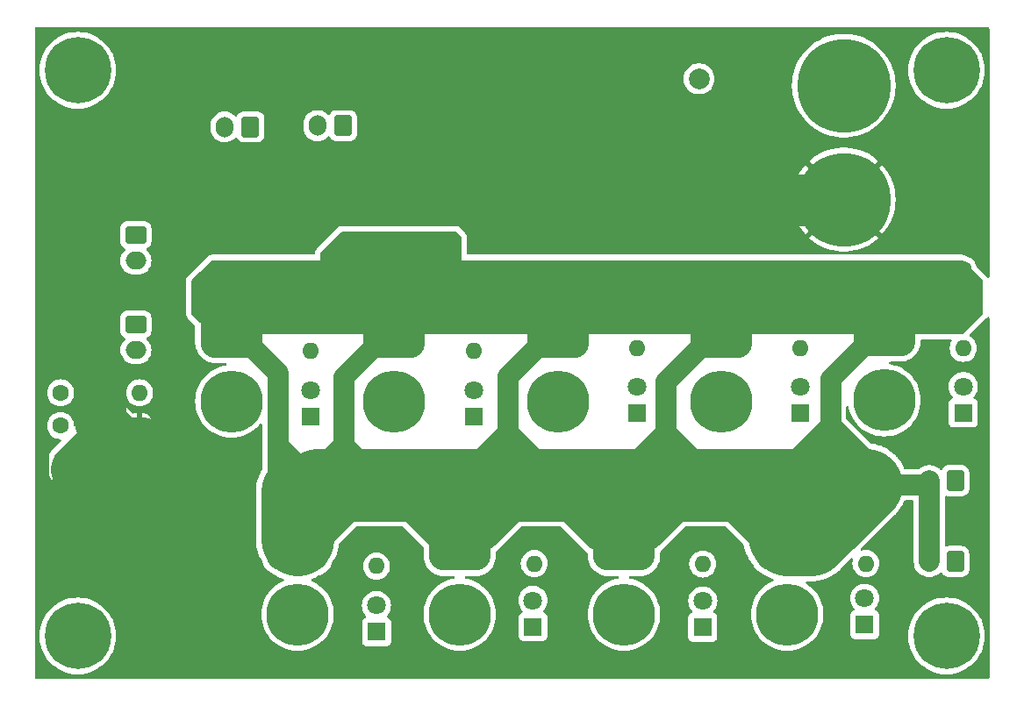
<source format=gbr>
%TF.GenerationSoftware,KiCad,Pcbnew,7.0.5*%
%TF.CreationDate,2023-08-26T23:20:03+09:00*%
%TF.ProjectId,Power_Supply,506f7765-725f-4537-9570-706c792e6b69,rev?*%
%TF.SameCoordinates,Original*%
%TF.FileFunction,Copper,L2,Bot*%
%TF.FilePolarity,Positive*%
%FSLAX46Y46*%
G04 Gerber Fmt 4.6, Leading zero omitted, Abs format (unit mm)*
G04 Created by KiCad (PCBNEW 7.0.5) date 2023-08-26 23:20:03*
%MOMM*%
%LPD*%
G01*
G04 APERTURE LIST*
G04 Aperture macros list*
%AMRoundRect*
0 Rectangle with rounded corners*
0 $1 Rounding radius*
0 $2 $3 $4 $5 $6 $7 $8 $9 X,Y pos of 4 corners*
0 Add a 4 corners polygon primitive as box body*
4,1,4,$2,$3,$4,$5,$6,$7,$8,$9,$2,$3,0*
0 Add four circle primitives for the rounded corners*
1,1,$1+$1,$2,$3*
1,1,$1+$1,$4,$5*
1,1,$1+$1,$6,$7*
1,1,$1+$1,$8,$9*
0 Add four rect primitives between the rounded corners*
20,1,$1+$1,$2,$3,$4,$5,0*
20,1,$1+$1,$4,$5,$6,$7,0*
20,1,$1+$1,$6,$7,$8,$9,0*
20,1,$1+$1,$8,$9,$2,$3,0*%
G04 Aperture macros list end*
%TA.AperFunction,NonConductor*%
%ADD10C,0.200000*%
%TD*%
%TA.AperFunction,ComponentPad*%
%ADD11RoundRect,0.250000X0.600000X0.750000X-0.600000X0.750000X-0.600000X-0.750000X0.600000X-0.750000X0*%
%TD*%
%TA.AperFunction,ComponentPad*%
%ADD12O,1.700000X2.000000*%
%TD*%
%TA.AperFunction,ComponentPad*%
%ADD13C,1.600000*%
%TD*%
%TA.AperFunction,ComponentPad*%
%ADD14O,1.600000X1.600000*%
%TD*%
%TA.AperFunction,ComponentPad*%
%ADD15R,1.800000X1.800000*%
%TD*%
%TA.AperFunction,ComponentPad*%
%ADD16C,1.800000*%
%TD*%
%TA.AperFunction,ComponentPad*%
%ADD17C,6.000000*%
%TD*%
%TA.AperFunction,ComponentPad*%
%ADD18RoundRect,1.500000X1.500000X-1.500000X1.500000X1.500000X-1.500000X1.500000X-1.500000X-1.500000X0*%
%TD*%
%TA.AperFunction,ComponentPad*%
%ADD19C,9.000000*%
%TD*%
%TA.AperFunction,ComponentPad*%
%ADD20O,2.000000X1.700000*%
%TD*%
%TA.AperFunction,ComponentPad*%
%ADD21RoundRect,0.250000X-0.750000X0.600000X-0.750000X-0.600000X0.750000X-0.600000X0.750000X0.600000X0*%
%TD*%
%TA.AperFunction,ComponentPad*%
%ADD22C,0.800000*%
%TD*%
%TA.AperFunction,ComponentPad*%
%ADD23C,6.400000*%
%TD*%
%TA.AperFunction,ComponentPad*%
%ADD24C,2.000000*%
%TD*%
%TA.AperFunction,ViaPad*%
%ADD25C,0.600000*%
%TD*%
%TA.AperFunction,Conductor*%
%ADD26C,2.000000*%
%TD*%
%TA.AperFunction,Conductor*%
%ADD27C,5.000000*%
%TD*%
%TA.AperFunction,Conductor*%
%ADD28C,7.000000*%
%TD*%
%TA.AperFunction,Conductor*%
%ADD29C,1.000000*%
%TD*%
G04 APERTURE END LIST*
D10*
X102108000Y-66294000D02*
X102108000Y-71120000D01*
X101600000Y-71628000D01*
X89154000Y-71628000D01*
X88646000Y-71120000D01*
X88646000Y-67818000D01*
X90678000Y-65786000D01*
X101600000Y-65786000D01*
X102108000Y-66294000D01*
%TA.AperFunction,NonConductor*%
G36*
X102108000Y-66294000D02*
G01*
X102108000Y-71120000D01*
X101600000Y-71628000D01*
X89154000Y-71628000D01*
X88646000Y-71120000D01*
X88646000Y-67818000D01*
X90678000Y-65786000D01*
X101600000Y-65786000D01*
X102108000Y-66294000D01*
G37*
%TD.AperFunction*%
X70104000Y-83820000D02*
X70104000Y-87884000D01*
X68834000Y-89154000D01*
X62992000Y-89154000D01*
X62992000Y-87376000D01*
X67564000Y-82804000D01*
X67818000Y-82804000D01*
X69088000Y-82804000D01*
X70104000Y-83820000D01*
%TA.AperFunction,NonConductor*%
G36*
X70104000Y-83820000D02*
G01*
X70104000Y-87884000D01*
X68834000Y-89154000D01*
X62992000Y-89154000D01*
X62992000Y-87376000D01*
X67564000Y-82804000D01*
X67818000Y-82804000D01*
X69088000Y-82804000D01*
X70104000Y-83820000D01*
G37*
%TD.AperFunction*%
X152400000Y-70485000D02*
X152400000Y-73660000D01*
X150495000Y-75565000D01*
X78105000Y-75565000D01*
X76200000Y-73660000D01*
X76200000Y-70485000D01*
X78105000Y-68580000D01*
X150495000Y-68580000D01*
X152400000Y-70485000D01*
%TA.AperFunction,NonConductor*%
G36*
X152400000Y-70485000D02*
G01*
X152400000Y-73660000D01*
X150495000Y-75565000D01*
X78105000Y-75565000D01*
X76200000Y-73660000D01*
X76200000Y-70485000D01*
X78105000Y-68580000D01*
X150495000Y-68580000D01*
X152400000Y-70485000D01*
G37*
%TD.AperFunction*%
D11*
%TO.P,J16,1,Pin_1*%
%TO.N,Moter_OUT*%
X149820000Y-89789000D03*
D12*
%TO.P,J16,2,Pin_2*%
%TO.N,Moter_IN*%
X147320000Y-89789000D03*
%TD*%
D11*
%TO.P,J15,1,Pin_1*%
%TO.N,Moter_OUT*%
X149820000Y-97589000D03*
D12*
%TO.P,J15,2,Pin_2*%
%TO.N,Moter_IN*%
X147320000Y-97589000D03*
%TD*%
D13*
%TO.P,R7,1*%
%TO.N,Moter_IN*%
X93980000Y-90418000D03*
D14*
%TO.P,R7,2*%
%TO.N,Net-(D5-A)*%
X93980000Y-98038000D03*
%TD*%
D15*
%TO.P,D5,1,K*%
%TO.N,Moter_OUT*%
X93980000Y-104388000D03*
D16*
%TO.P,D5,2,A*%
%TO.N,Net-(D5-A)*%
X93980000Y-101848000D03*
%TD*%
D14*
%TO.P,R12,2*%
%TO.N,GND*%
X71120000Y-84475000D03*
D13*
%TO.P,R12,1*%
%TO.N,Net-(Q1-G)*%
X63500000Y-84475000D03*
%TD*%
D14*
%TO.P,R11,2*%
%TO.N,Net-(D1-A)*%
X87630000Y-77222000D03*
D13*
%TO.P,R11,1*%
%TO.N,Moter_IN*%
X87630000Y-69602000D03*
%TD*%
%TO.P,R10,1*%
%TO.N,Moter_IN*%
X134874000Y-69392000D03*
D14*
%TO.P,R10,2*%
%TO.N,Net-(D2-A)*%
X134874000Y-77012000D03*
%TD*%
D13*
%TO.P,R9,1*%
%TO.N,Moter_IN*%
X125463000Y-90214000D03*
D14*
%TO.P,R9,2*%
%TO.N,Net-(D3-A)*%
X125463000Y-97834000D03*
%TD*%
D13*
%TO.P,R8,1*%
%TO.N,Moter_IN*%
X141211000Y-90170000D03*
D14*
%TO.P,R8,2*%
%TO.N,Net-(D4-A)*%
X141211000Y-97790000D03*
%TD*%
D13*
%TO.P,R5,1*%
%TO.N,Moter_IN*%
X109207000Y-90170000D03*
D14*
%TO.P,R5,2*%
%TO.N,Net-(D9-A)*%
X109207000Y-97790000D03*
%TD*%
D13*
%TO.P,R4,1*%
%TO.N,Moter_IN*%
X150602000Y-69392000D03*
D14*
%TO.P,R4,2*%
%TO.N,Net-(D8-A)*%
X150602000Y-77012000D03*
%TD*%
D13*
%TO.P,R3,1*%
%TO.N,Moter_IN*%
X119126000Y-69392000D03*
D14*
%TO.P,R3,2*%
%TO.N,Net-(D7-A)*%
X119126000Y-77012000D03*
%TD*%
%TO.P,R2,2*%
%TO.N,Net-(D6-A)*%
X103378000Y-77222000D03*
D13*
%TO.P,R2,1*%
%TO.N,Moter_IN*%
X103378000Y-69602000D03*
%TD*%
D14*
%TO.P,R1,2*%
%TO.N,Net-(Q1-G)*%
X71120000Y-81300000D03*
D13*
%TO.P,R1,1*%
%TO.N,Net-(J6-Pin_2)*%
X63500000Y-81300000D03*
%TD*%
D17*
%TO.P,J14,1,Pin_1*%
%TO.N,Moter_OUT*%
X133604000Y-102698000D03*
D18*
%TO.P,J14,2,Pin_2*%
%TO.N,Moter_IN*%
X133604000Y-95498000D03*
%TD*%
D17*
%TO.P,J13,1,Pin_1*%
%TO.N,Moter_OUT*%
X117856000Y-102698000D03*
D18*
%TO.P,J13,2,Pin_2*%
%TO.N,Moter_IN*%
X117856000Y-95498000D03*
%TD*%
D17*
%TO.P,J12,1,Pin_1*%
%TO.N,Moter_OUT*%
X102018000Y-102698000D03*
D18*
%TO.P,J12,2,Pin_2*%
%TO.N,Moter_IN*%
X102018000Y-95498000D03*
%TD*%
D17*
%TO.P,J11,1,Pin_1*%
%TO.N,Moter_OUT*%
X86360000Y-102698000D03*
D18*
%TO.P,J11,2,Pin_2*%
%TO.N,Moter_IN*%
X86360000Y-95498000D03*
%TD*%
D19*
%TO.P,J10,1,Pin_1*%
%TO.N,+18V*%
X139065000Y-51650000D03*
%TO.P,J10,2,Pin_2*%
%TO.N,GND*%
X139065000Y-62650000D03*
%TD*%
D18*
%TO.P,J9,2,Pin_2*%
%TO.N,Moter_IN*%
X142982000Y-74806000D03*
D17*
%TO.P,J9,1,Pin_1*%
%TO.N,Moter_OUT*%
X142982000Y-82006000D03*
%TD*%
D18*
%TO.P,J8,2,Pin_2*%
%TO.N,Moter_IN*%
X127234000Y-74930000D03*
D17*
%TO.P,J8,1,Pin_1*%
%TO.N,Moter_OUT*%
X127234000Y-82130000D03*
%TD*%
D18*
%TO.P,J7,2,Pin_2*%
%TO.N,Moter_IN*%
X111486000Y-74930000D03*
D17*
%TO.P,J7,1,Pin_1*%
%TO.N,Moter_OUT*%
X111486000Y-82130000D03*
%TD*%
D20*
%TO.P,J6,2,Pin_2*%
%TO.N,Net-(J6-Pin_2)*%
X70760000Y-77196000D03*
D21*
%TO.P,J6,1,Pin_1*%
%TO.N,Net-(J5-Pin_2)*%
X70760000Y-74696000D03*
%TD*%
%TO.P,J5,1,Pin_1*%
%TO.N,Net-(J4-Pin_2)*%
X70760000Y-66060000D03*
D20*
%TO.P,J5,2,Pin_2*%
%TO.N,Net-(J5-Pin_2)*%
X70760000Y-68560000D03*
%TD*%
D11*
%TO.P,J4,1,Pin_1*%
%TO.N,Net-(J2-Pin_2)*%
X81823000Y-55626000D03*
D12*
%TO.P,J4,2,Pin_2*%
%TO.N,Net-(J4-Pin_2)*%
X79323000Y-55626000D03*
%TD*%
D18*
%TO.P,J3,2,Pin_2*%
%TO.N,Moter_IN*%
X95648000Y-74930000D03*
D17*
%TO.P,J3,1,Pin_1*%
%TO.N,Moter_OUT*%
X95648000Y-82130000D03*
%TD*%
D11*
%TO.P,J2,1,Pin_1*%
%TO.N,+18V*%
X90765000Y-55520000D03*
D12*
%TO.P,J2,2,Pin_2*%
%TO.N,Net-(J2-Pin_2)*%
X88265000Y-55520000D03*
%TD*%
D18*
%TO.P,J1,2,Pin_2*%
%TO.N,Moter_IN*%
X79990000Y-74930000D03*
D17*
%TO.P,J1,1,Pin_1*%
%TO.N,Moter_OUT*%
X79990000Y-82130000D03*
%TD*%
D22*
%TO.P,H4,1*%
%TO.N,N/C*%
X146571000Y-104775000D03*
X147273944Y-106472056D03*
X147273944Y-103077944D03*
X148971000Y-107175000D03*
D23*
X148971000Y-104775000D03*
D22*
X151371000Y-104775000D03*
X150668056Y-103077944D03*
X150668056Y-106472056D03*
X148971000Y-102375000D03*
%TD*%
%TO.P,H3,1*%
%TO.N,N/C*%
X62751000Y-104775000D03*
X63453944Y-106472056D03*
X63453944Y-103077944D03*
X65151000Y-107175000D03*
D23*
X65151000Y-104775000D03*
D22*
X67551000Y-104775000D03*
X66848056Y-103077944D03*
X66848056Y-106472056D03*
X65151000Y-102375000D03*
%TD*%
%TO.P,H2,1*%
%TO.N,N/C*%
X146571000Y-50165000D03*
X147273944Y-51862056D03*
X147273944Y-48467944D03*
X148971000Y-52565000D03*
D23*
X148971000Y-50165000D03*
D22*
X151371000Y-50165000D03*
X150668056Y-48467944D03*
X150668056Y-51862056D03*
X148971000Y-47765000D03*
%TD*%
%TO.P,H1,1*%
%TO.N,N/C*%
X62751000Y-50165000D03*
X63453944Y-51862056D03*
X63453944Y-48467944D03*
X65151000Y-52565000D03*
D23*
X65151000Y-50165000D03*
D22*
X67551000Y-50165000D03*
X66848056Y-48467944D03*
X66848056Y-51862056D03*
X65151000Y-47765000D03*
%TD*%
D15*
%TO.P,D9,1,K*%
%TO.N,Moter_OUT*%
X109080000Y-103886000D03*
D16*
%TO.P,D9,2,A*%
%TO.N,Net-(D9-A)*%
X109080000Y-101346000D03*
%TD*%
D15*
%TO.P,D8,1,K*%
%TO.N,Moter_OUT*%
X150602000Y-83235000D03*
D16*
%TO.P,D8,2,A*%
%TO.N,Net-(D8-A)*%
X150602000Y-80695000D03*
%TD*%
D15*
%TO.P,D7,1,K*%
%TO.N,Moter_OUT*%
X119126000Y-83235000D03*
D16*
%TO.P,D7,2,A*%
%TO.N,Net-(D7-A)*%
X119126000Y-80695000D03*
%TD*%
D15*
%TO.P,D6,1,K*%
%TO.N,Moter_OUT*%
X103378000Y-83572000D03*
D16*
%TO.P,D6,2,A*%
%TO.N,Net-(D6-A)*%
X103378000Y-81032000D03*
%TD*%
D15*
%TO.P,D4,1,K*%
%TO.N,Moter_OUT*%
X141084000Y-103676000D03*
D16*
%TO.P,D4,2,A*%
%TO.N,Net-(D4-A)*%
X141084000Y-101136000D03*
%TD*%
D15*
%TO.P,D3,1,K*%
%TO.N,Moter_OUT*%
X125463000Y-103930000D03*
D16*
%TO.P,D3,2,A*%
%TO.N,Net-(D3-A)*%
X125463000Y-101390000D03*
%TD*%
%TO.P,D2,2,A*%
%TO.N,Net-(D2-A)*%
X134874000Y-80695000D03*
D15*
%TO.P,D2,1,K*%
%TO.N,Moter_OUT*%
X134874000Y-83235000D03*
%TD*%
%TO.P,D1,1,K*%
%TO.N,Moter_OUT*%
X87630000Y-83572000D03*
D16*
%TO.P,D1,2,A*%
%TO.N,Net-(D1-A)*%
X87630000Y-81032000D03*
%TD*%
D24*
%TO.P,C1,1*%
%TO.N,GND*%
X125095000Y-58487000D03*
%TO.P,C1,2*%
%TO.N,+18V*%
X125095000Y-50987000D03*
%TD*%
D25*
%TO.N,Moter_IN*%
X89408000Y-71120000D03*
X89408000Y-68072000D03*
X89408000Y-70358000D03*
X89408000Y-68834000D03*
X89408000Y-69596000D03*
X90170000Y-67310000D03*
X90170000Y-69596000D03*
X90170000Y-71120000D03*
X90170000Y-70358000D03*
X90170000Y-68834000D03*
X90170000Y-68072000D03*
X90932000Y-71120000D03*
X90932000Y-69596000D03*
X90932000Y-67310000D03*
X90932000Y-70358000D03*
X90932000Y-68834000D03*
X90932000Y-68072000D03*
X91694000Y-66548000D03*
X91694000Y-67310000D03*
X91694000Y-70358000D03*
X91694000Y-68072000D03*
X91694000Y-71120000D03*
X91694000Y-69596000D03*
X91694000Y-68834000D03*
X92456000Y-70358000D03*
X92456000Y-67310000D03*
X92456000Y-68834000D03*
X92456000Y-68072000D03*
X92456000Y-66548000D03*
X92456000Y-71120000D03*
X92456000Y-69596000D03*
X93218000Y-68072000D03*
X93218000Y-66548000D03*
X93218000Y-68834000D03*
X93218000Y-71120000D03*
X93218000Y-70358000D03*
X93218000Y-67310000D03*
X93218000Y-69596000D03*
X93980000Y-70358000D03*
X93980000Y-67310000D03*
X93980000Y-68834000D03*
X93980000Y-68072000D03*
X93980000Y-71120000D03*
X93980000Y-69596000D03*
X93980000Y-66548000D03*
X94742000Y-68834000D03*
X94742000Y-66548000D03*
X94742000Y-69596000D03*
X94742000Y-70358000D03*
X94742000Y-67310000D03*
X94742000Y-71120000D03*
X94742000Y-68072000D03*
X99314000Y-71120000D03*
X100838000Y-71120000D03*
X101600000Y-71120000D03*
X100076000Y-71120000D03*
X97790000Y-71120000D03*
X97028000Y-71120000D03*
X98552000Y-71120000D03*
X96266000Y-71120000D03*
X95504000Y-71120000D03*
X98552000Y-70358000D03*
X95504000Y-70358000D03*
X97028000Y-70358000D03*
X99314000Y-70358000D03*
X96266000Y-70358000D03*
X100076000Y-70358000D03*
X97790000Y-70358000D03*
X100838000Y-70358000D03*
X101600000Y-70358000D03*
X100076000Y-69596000D03*
X96266000Y-69596000D03*
X97028000Y-69596000D03*
X101600000Y-69596000D03*
X95504000Y-69596000D03*
X100838000Y-69596000D03*
X99314000Y-69596000D03*
X98552000Y-69596000D03*
X97790000Y-69596000D03*
X98552000Y-68834000D03*
X97790000Y-68834000D03*
X100838000Y-68834000D03*
X99314000Y-68834000D03*
X97028000Y-68834000D03*
X95504000Y-68834000D03*
X100076000Y-68834000D03*
X96266000Y-68834000D03*
X101600000Y-68834000D03*
X100838000Y-68072000D03*
X100076000Y-68072000D03*
X99314000Y-68072000D03*
X97028000Y-68072000D03*
X96266000Y-68072000D03*
X101600000Y-68072000D03*
X95504000Y-68072000D03*
X98552000Y-68072000D03*
X97790000Y-68072000D03*
X100838000Y-67310000D03*
X100076000Y-67310000D03*
X99314000Y-67310000D03*
X98552000Y-67310000D03*
X97790000Y-67310000D03*
X97028000Y-67310000D03*
X96266000Y-67310000D03*
X95504000Y-67310000D03*
X101600000Y-67310000D03*
X101600000Y-66548000D03*
X100838000Y-66548000D03*
X100076000Y-66548000D03*
X99314000Y-66548000D03*
X98552000Y-66548000D03*
X97790000Y-66548000D03*
X97028000Y-66548000D03*
X96266000Y-66548000D03*
X95504000Y-66548000D03*
%TO.N,GND*%
X66294000Y-85090000D03*
X65532000Y-84328000D03*
X65532000Y-85090000D03*
X66294000Y-84328000D03*
X68834000Y-87376000D03*
X69596000Y-87376000D03*
X67056000Y-89662000D03*
X66294000Y-88138000D03*
X66294000Y-90424000D03*
X67818000Y-90424000D03*
X67818000Y-89662000D03*
X67818000Y-88900000D03*
X67056000Y-88900000D03*
X66294000Y-88900000D03*
X67056000Y-90424000D03*
X67056000Y-88138000D03*
X66294000Y-89662000D03*
X67818000Y-88138000D03*
X67818000Y-87376000D03*
X67056000Y-87376000D03*
X66294000Y-87376000D03*
X64008000Y-87376000D03*
X64770000Y-87376000D03*
X65532000Y-87376000D03*
X64008000Y-88900000D03*
X63246000Y-89662000D03*
X64770000Y-88900000D03*
X64770000Y-89662000D03*
X63246000Y-88900000D03*
X64008000Y-89662000D03*
X65532000Y-89662000D03*
X65532000Y-88900000D03*
X64770000Y-90424000D03*
X63246000Y-88138000D03*
X64770000Y-88138000D03*
X64008000Y-88138000D03*
X65532000Y-88138000D03*
X64008000Y-90424000D03*
X65532000Y-90424000D03*
X74422000Y-85852000D03*
X73660000Y-85852000D03*
X73660000Y-86614000D03*
X74422000Y-86614000D03*
X75184000Y-86614000D03*
X75184000Y-87376000D03*
X74422000Y-87376000D03*
X75946000Y-87376000D03*
X73660000Y-87376000D03*
X65278000Y-86614000D03*
X64516000Y-86614000D03*
X66040000Y-85852000D03*
X66040000Y-86614000D03*
X65278000Y-85852000D03*
X66802000Y-85852000D03*
X66802000Y-86614000D03*
X67818000Y-85090000D03*
X67056000Y-85090000D03*
X68580000Y-85090000D03*
X67818000Y-84328000D03*
X69342000Y-84328000D03*
X68580000Y-84328000D03*
X67056000Y-84328000D03*
X69342000Y-85090000D03*
X69088000Y-85852000D03*
X69850000Y-85852000D03*
X67564000Y-85852000D03*
X69088000Y-86614000D03*
X69850000Y-86614000D03*
X68326000Y-86614000D03*
X67564000Y-86614000D03*
X68326000Y-85852000D03*
X72136000Y-85852000D03*
X70612000Y-86614000D03*
X71374000Y-85852000D03*
X72136000Y-86614000D03*
X71374000Y-86614000D03*
X72898000Y-86614000D03*
X72898000Y-85852000D03*
X70612000Y-85852000D03*
X71374000Y-87376000D03*
X70358000Y-88138000D03*
X72136000Y-87376000D03*
X71882000Y-88138000D03*
X70612000Y-87376000D03*
X71120000Y-88138000D03*
X72644000Y-88138000D03*
X72898000Y-87376000D03*
X72644000Y-90424000D03*
X71120000Y-90424000D03*
X71882000Y-90424000D03*
X71882000Y-88900000D03*
X71120000Y-88900000D03*
X72644000Y-89662000D03*
X71882000Y-89662000D03*
X70358000Y-89662000D03*
X72644000Y-88900000D03*
X71120000Y-89662000D03*
X70358000Y-88900000D03*
X76200000Y-88138000D03*
X75438000Y-88138000D03*
X74676000Y-88138000D03*
X76962000Y-88900000D03*
X76200000Y-88900000D03*
X74676000Y-88900000D03*
X75438000Y-88900000D03*
X74676000Y-90424000D03*
X74676000Y-89662000D03*
X75438000Y-89662000D03*
X76200000Y-89662000D03*
X76962000Y-89662000D03*
X75438000Y-90424000D03*
X76200000Y-90424000D03*
%TD*%
D26*
%TO.N,Moter_IN*%
X147320000Y-89789000D02*
X147320000Y-97589000D01*
X146939000Y-90170000D02*
X147320000Y-89789000D01*
X141211000Y-90170000D02*
X146939000Y-90170000D01*
D27*
%TO.N,GND*%
X65786000Y-89408000D02*
X65024000Y-88646000D01*
X74676000Y-89408000D02*
X65786000Y-89408000D01*
X71374000Y-86106000D02*
X74676000Y-89408000D01*
X69342000Y-86106000D02*
X71374000Y-86106000D01*
X67310000Y-84074000D02*
X69342000Y-86106000D01*
X67310000Y-78994000D02*
X67310000Y-84074000D01*
X64770000Y-76454000D02*
X67310000Y-78994000D01*
X64770000Y-62738000D02*
X64770000Y-76454000D01*
X120816000Y-58674000D02*
X116840000Y-62650000D01*
X116840000Y-62650000D02*
X77382000Y-62650000D01*
X77382000Y-62650000D02*
X74930000Y-60198000D01*
X128016000Y-58674000D02*
X120816000Y-58674000D01*
X131992000Y-62650000D02*
X128016000Y-58674000D01*
X74930000Y-60198000D02*
X67310000Y-60198000D01*
X139065000Y-62650000D02*
X131992000Y-62650000D01*
X67310000Y-60198000D02*
X64770000Y-62738000D01*
D26*
%TO.N,Moter_IN*%
X141211000Y-87871000D02*
X141211000Y-90170000D01*
X137795000Y-84455000D02*
X141211000Y-87871000D01*
X137795000Y-84455000D02*
X132080000Y-90170000D01*
X129540000Y-90170000D02*
X133350000Y-90170000D01*
X137795000Y-79993000D02*
X137795000Y-84455000D01*
X127000000Y-90170000D02*
X129540000Y-90170000D01*
X132080000Y-90170000D02*
X129540000Y-90170000D01*
X121920000Y-85090000D02*
X127000000Y-90170000D01*
X121920000Y-85090000D02*
X116840000Y-90170000D01*
X121920000Y-85090000D02*
X121920000Y-86830000D01*
X121920000Y-80244000D02*
X121920000Y-85090000D01*
X116840000Y-90170000D02*
X114300000Y-90170000D01*
X101600000Y-90170000D02*
X94615000Y-90170000D01*
X106680000Y-85090000D02*
X101600000Y-90170000D01*
X111760000Y-90170000D02*
X114300000Y-90170000D01*
D28*
X109855000Y-90170000D02*
X114300000Y-90170000D01*
D26*
X106680000Y-85090000D02*
X106680000Y-86360000D01*
D28*
X114300000Y-90170000D02*
X125730000Y-90170000D01*
D26*
X106680000Y-79736000D02*
X106680000Y-85090000D01*
X106680000Y-85090000D02*
X111760000Y-90170000D01*
X88265000Y-90170000D02*
X84455000Y-86360000D01*
D29*
X90805000Y-85725000D02*
X95250000Y-90170000D01*
X95250000Y-90170000D02*
X100330000Y-90170000D01*
D28*
X100330000Y-90170000D02*
X109855000Y-90170000D01*
X94615000Y-90170000D02*
X100330000Y-90170000D01*
D26*
X90805000Y-86360000D02*
X86360000Y-90805000D01*
X90805000Y-85090000D02*
X90805000Y-86360000D01*
X90805000Y-85090000D02*
X90805000Y-86830000D01*
X90805000Y-79773000D02*
X90805000Y-85090000D01*
X86360000Y-90805000D02*
X84455000Y-88900000D01*
D28*
X88265000Y-90170000D02*
X94615000Y-90170000D01*
D26*
X84455000Y-88900000D02*
X84455000Y-86360000D01*
X91399572Y-92750428D02*
X88265000Y-95885000D01*
D28*
X135883000Y-95498000D02*
X141211000Y-90170000D01*
X133604000Y-95498000D02*
X135883000Y-95498000D01*
D26*
X130804000Y-95244000D02*
X133350000Y-95244000D01*
X125730000Y-90170000D02*
X130804000Y-95244000D01*
X120402000Y-95498000D02*
X125730000Y-90170000D01*
X117856000Y-95498000D02*
X120402000Y-95498000D01*
D28*
X125730000Y-90170000D02*
X133350000Y-90170000D01*
D26*
X115183000Y-95498000D02*
X109855000Y-90170000D01*
X117856000Y-95498000D02*
X115183000Y-95498000D01*
X104527000Y-95498000D02*
X109855000Y-90170000D01*
X102018000Y-95498000D02*
X104527000Y-95498000D01*
X102018000Y-95498000D02*
X99943000Y-95498000D01*
X99943000Y-95498000D02*
X94615000Y-90170000D01*
D29*
X139065000Y-86995000D02*
X139065000Y-87312500D01*
X137795000Y-85725000D02*
X139065000Y-86995000D01*
X137795000Y-85725000D02*
X133350000Y-90170000D01*
D28*
X133350000Y-90170000D02*
X141211000Y-90170000D01*
X133350000Y-95244000D02*
X133604000Y-95498000D01*
X133350000Y-90170000D02*
X133350000Y-95244000D01*
X86360000Y-95498000D02*
X86360000Y-90805000D01*
D29*
X145188000Y-74806000D02*
X150602000Y-69392000D01*
X142982000Y-74806000D02*
X145188000Y-74806000D01*
D27*
X142751000Y-74806000D02*
X139065000Y-71120000D01*
X139065000Y-71120000D02*
X83800000Y-71120000D01*
X83800000Y-71120000D02*
X79990000Y-74930000D01*
D29*
X142982000Y-74806000D02*
X142751000Y-74806000D01*
X106680000Y-86995000D02*
X105410000Y-88265000D01*
X90805000Y-86995000D02*
X89535000Y-88265000D01*
X121920000Y-86995000D02*
X120650000Y-88265000D01*
X137795000Y-86995000D02*
X136525000Y-88265000D01*
X84455000Y-86995000D02*
X85725000Y-88265000D01*
X90805000Y-86995000D02*
X92075000Y-88265000D01*
X106680000Y-86995000D02*
X107950000Y-88265000D01*
X121920000Y-86995000D02*
X123190000Y-88265000D01*
X137795000Y-86995000D02*
X139065000Y-88265000D01*
X137795000Y-85725000D02*
X137795000Y-88265000D01*
X121920000Y-85725000D02*
X121920000Y-88265000D01*
X121920000Y-85725000D02*
X121920000Y-88265000D01*
X90805000Y-85725000D02*
X90805000Y-88265000D01*
X106680000Y-85725000D02*
X106680000Y-88265000D01*
D26*
X84455000Y-79375000D02*
X84455000Y-86830000D01*
X80010000Y-74930000D02*
X84455000Y-79375000D01*
D29*
X79990000Y-74930000D02*
X80010000Y-74930000D01*
D26*
X95648000Y-74930000D02*
X90805000Y-79773000D01*
X111486000Y-74930000D02*
X106680000Y-79736000D01*
X127234000Y-74930000D02*
X121920000Y-80244000D01*
X142982000Y-74806000D02*
X137795000Y-79993000D01*
%TD*%
%TA.AperFunction,Conductor*%
%TO.N,GND*%
G36*
X153058539Y-46040185D02*
G01*
X153104294Y-46092989D01*
X153115500Y-46144500D01*
X153115500Y-70065736D01*
X153095815Y-70132775D01*
X153043011Y-70178530D01*
X152973853Y-70188474D01*
X152910297Y-70159449D01*
X152893127Y-70141226D01*
X152880318Y-70124533D01*
X152828282Y-70056718D01*
X152800005Y-70035020D01*
X152793904Y-70029669D01*
X151895789Y-69131554D01*
X151863695Y-69075965D01*
X151828742Y-68945513D01*
X151828738Y-68945502D01*
X151758750Y-68795413D01*
X151732568Y-68739266D01*
X151602047Y-68552861D01*
X151602045Y-68552858D01*
X151441141Y-68391954D01*
X151254734Y-68261432D01*
X151254732Y-68261431D01*
X151048495Y-68165260D01*
X150907038Y-68127356D01*
X150863647Y-68105958D01*
X150797842Y-68055464D01*
X150651762Y-67994956D01*
X150651760Y-67994955D01*
X150534361Y-67979500D01*
X150495000Y-67974318D01*
X150459670Y-67978969D01*
X150451572Y-67979500D01*
X102832500Y-67979500D01*
X102765461Y-67959815D01*
X102719706Y-67907011D01*
X102708500Y-67855500D01*
X102708500Y-66337428D01*
X102709031Y-66329326D01*
X102713682Y-66293999D01*
X102713682Y-66293998D01*
X102693044Y-66137239D01*
X102693044Y-66137238D01*
X102632536Y-65991159D01*
X102632535Y-65991158D01*
X102632535Y-65991157D01*
X102559463Y-65895927D01*
X102559448Y-65895909D01*
X102536282Y-65865718D01*
X102508007Y-65844022D01*
X102501924Y-65838688D01*
X102055320Y-65392085D01*
X102049979Y-65385994D01*
X102028282Y-65357718D01*
X101902841Y-65261464D01*
X101756762Y-65200956D01*
X101756760Y-65200955D01*
X101639361Y-65185500D01*
X101600000Y-65180318D01*
X101564670Y-65184969D01*
X101556572Y-65185500D01*
X90721428Y-65185500D01*
X90713329Y-65184969D01*
X90678000Y-65180318D01*
X90638639Y-65185500D01*
X90521239Y-65200955D01*
X90521237Y-65200956D01*
X90375157Y-65261464D01*
X90249719Y-65357716D01*
X90228019Y-65385994D01*
X90222668Y-65392096D01*
X88252096Y-67362668D01*
X88245993Y-67368020D01*
X88217718Y-67389717D01*
X88193549Y-67421213D01*
X88193550Y-67421214D01*
X88121464Y-67515158D01*
X88121461Y-67515163D01*
X88060957Y-67661234D01*
X88060955Y-67661239D01*
X88040318Y-67817998D01*
X88040318Y-67818001D01*
X88043124Y-67839315D01*
X88032358Y-67908350D01*
X87985978Y-67960606D01*
X87920185Y-67979500D01*
X78148428Y-67979500D01*
X78140329Y-67978969D01*
X78105000Y-67974318D01*
X78065639Y-67979500D01*
X77948239Y-67994955D01*
X77948237Y-67994956D01*
X77802157Y-68055464D01*
X77676719Y-68151716D01*
X77655019Y-68179994D01*
X77649668Y-68186096D01*
X75806096Y-70029668D01*
X75799994Y-70035019D01*
X75771716Y-70056718D01*
X75719682Y-70124533D01*
X75675464Y-70182158D01*
X75675461Y-70182163D01*
X75614957Y-70328234D01*
X75614955Y-70328239D01*
X75594318Y-70484998D01*
X75594318Y-70484999D01*
X75598969Y-70520326D01*
X75599500Y-70528428D01*
X75599500Y-73616571D01*
X75598969Y-73624669D01*
X75594318Y-73660000D01*
X75604384Y-73736460D01*
X75614956Y-73816762D01*
X75675464Y-73962841D01*
X75771718Y-74088282D01*
X75799995Y-74109980D01*
X75806085Y-74115320D01*
X76453180Y-74762416D01*
X76453181Y-74762416D01*
X76486666Y-74823739D01*
X76489500Y-74850097D01*
X76489500Y-76501450D01*
X76504804Y-76715433D01*
X76565628Y-76995037D01*
X76565630Y-76995043D01*
X76565631Y-76995046D01*
X76665633Y-77263161D01*
X76665635Y-77263166D01*
X76802770Y-77514309D01*
X76802775Y-77514317D01*
X76974254Y-77743387D01*
X76974270Y-77743405D01*
X77176594Y-77945729D01*
X77176612Y-77945745D01*
X77405682Y-78117224D01*
X77405690Y-78117229D01*
X77656833Y-78254364D01*
X77656832Y-78254364D01*
X77656836Y-78254365D01*
X77656839Y-78254367D01*
X77924954Y-78354369D01*
X77924960Y-78354370D01*
X77924962Y-78354371D01*
X78204566Y-78415195D01*
X78204568Y-78415195D01*
X78204572Y-78415196D01*
X78418552Y-78430500D01*
X79395371Y-78430500D01*
X79462410Y-78450185D01*
X79508165Y-78502989D01*
X79518109Y-78572147D01*
X79489084Y-78635703D01*
X79430306Y-78673477D01*
X79414769Y-78676973D01*
X79261211Y-78701294D01*
X79261209Y-78701294D01*
X78906793Y-78796260D01*
X78564260Y-78927746D01*
X78237343Y-79094320D01*
X77929635Y-79294147D01*
X77644498Y-79525047D01*
X77644490Y-79525054D01*
X77385054Y-79784490D01*
X77385047Y-79784498D01*
X77154147Y-80069635D01*
X76954320Y-80377343D01*
X76787746Y-80704260D01*
X76656260Y-81046793D01*
X76561294Y-81401209D01*
X76561294Y-81401211D01*
X76503898Y-81763594D01*
X76484696Y-82129999D01*
X76484696Y-82130000D01*
X76503898Y-82496405D01*
X76541654Y-82734788D01*
X76561295Y-82858794D01*
X76649871Y-83189364D01*
X76656260Y-83213206D01*
X76787746Y-83555739D01*
X76954320Y-83882656D01*
X77154147Y-84190364D01*
X77240810Y-84297383D01*
X77385051Y-84475506D01*
X77644494Y-84734949D01*
X77761313Y-84829547D01*
X77929635Y-84965852D01*
X78178913Y-85127734D01*
X78237348Y-85165682D01*
X78564264Y-85332255D01*
X78906801Y-85463742D01*
X79261206Y-85558705D01*
X79623596Y-85616102D01*
X79969734Y-85634241D01*
X79989999Y-85635304D01*
X79990000Y-85635304D01*
X79990001Y-85635304D01*
X80009202Y-85634297D01*
X80356404Y-85616102D01*
X80718794Y-85558705D01*
X81073199Y-85463742D01*
X81415736Y-85332255D01*
X81742652Y-85165682D01*
X82050366Y-84965851D01*
X82335506Y-84734949D01*
X82594949Y-84475506D01*
X82734133Y-84303627D01*
X82791621Y-84263916D01*
X82861452Y-84261588D01*
X82921456Y-84297383D01*
X82952582Y-84359937D01*
X82954500Y-84381663D01*
X82954500Y-86262981D01*
X82954024Y-86270651D01*
X82950996Y-86294947D01*
X82950643Y-86297779D01*
X82954447Y-86389752D01*
X82954500Y-86392315D01*
X82954500Y-88662168D01*
X82939400Y-88721471D01*
X82824370Y-88932701D01*
X82793714Y-88988998D01*
X82751190Y-89067085D01*
X82751183Y-89067098D01*
X82596081Y-89435045D01*
X82596075Y-89435060D01*
X82478381Y-89816613D01*
X82478378Y-89816626D01*
X82399261Y-90207999D01*
X82399258Y-90208019D01*
X82359500Y-90605343D01*
X82359500Y-95597778D01*
X82374424Y-95896811D01*
X82374425Y-95896824D01*
X82417698Y-96183915D01*
X82433940Y-96291670D01*
X82453972Y-96370342D01*
X82532473Y-96678637D01*
X82669049Y-97053875D01*
X82842304Y-97413641D01*
X82932592Y-97561391D01*
X82942965Y-97582715D01*
X83035630Y-97831154D01*
X83035635Y-97831166D01*
X83172770Y-98082309D01*
X83172775Y-98082317D01*
X83344254Y-98311387D01*
X83344270Y-98311405D01*
X83546594Y-98513729D01*
X83546612Y-98513745D01*
X83775682Y-98685224D01*
X83775690Y-98685229D01*
X84026833Y-98822364D01*
X84026834Y-98822364D01*
X84026839Y-98822367D01*
X84173688Y-98877139D01*
X84271772Y-98913723D01*
X84290438Y-98922518D01*
X84395536Y-98983196D01*
X84532658Y-99062363D01*
X84896634Y-99226595D01*
X84963857Y-99249180D01*
X85021135Y-99289190D01*
X85047690Y-99353817D01*
X85035091Y-99422541D01*
X84987336Y-99473543D01*
X84968803Y-99482486D01*
X84934265Y-99495744D01*
X84607343Y-99662320D01*
X84299635Y-99862147D01*
X84014498Y-100093047D01*
X84014490Y-100093054D01*
X83755054Y-100352490D01*
X83755047Y-100352498D01*
X83524147Y-100637635D01*
X83324320Y-100945343D01*
X83157746Y-101272260D01*
X83026260Y-101614793D01*
X82931294Y-101969209D01*
X82931294Y-101969211D01*
X82873898Y-102331594D01*
X82854696Y-102697999D01*
X82854696Y-102698000D01*
X82873898Y-103064405D01*
X82931294Y-103426788D01*
X82931294Y-103426790D01*
X83026260Y-103781206D01*
X83157746Y-104123739D01*
X83324320Y-104450656D01*
X83524147Y-104758364D01*
X83666005Y-104933544D01*
X83755051Y-105043506D01*
X84014494Y-105302949D01*
X84055164Y-105335883D01*
X84299635Y-105533852D01*
X84604445Y-105731797D01*
X84607348Y-105733682D01*
X84934264Y-105900255D01*
X85276801Y-106031742D01*
X85631206Y-106126705D01*
X85993596Y-106184102D01*
X86339734Y-106202241D01*
X86359999Y-106203304D01*
X86360000Y-106203304D01*
X86360001Y-106203304D01*
X86379202Y-106202297D01*
X86726404Y-106184102D01*
X87088794Y-106126705D01*
X87443199Y-106031742D01*
X87785736Y-105900255D01*
X88112652Y-105733682D01*
X88420366Y-105533851D01*
X88705506Y-105302949D01*
X88964949Y-105043506D01*
X89195851Y-104758366D01*
X89395682Y-104450652D01*
X89562255Y-104123736D01*
X89693742Y-103781199D01*
X89788705Y-103426794D01*
X89846102Y-103064404D01*
X89865304Y-102698000D01*
X89846102Y-102331596D01*
X89788705Y-101969206D01*
X89756229Y-101848006D01*
X92574700Y-101848006D01*
X92593864Y-102079297D01*
X92593866Y-102079308D01*
X92650842Y-102304300D01*
X92744075Y-102516848D01*
X92871016Y-102711147D01*
X92871019Y-102711151D01*
X92871021Y-102711153D01*
X92965803Y-102814114D01*
X92996724Y-102876767D01*
X92988864Y-102946193D01*
X92944716Y-103000348D01*
X92917906Y-103014277D01*
X92837669Y-103044203D01*
X92837664Y-103044206D01*
X92722455Y-103130452D01*
X92722452Y-103130455D01*
X92636206Y-103245664D01*
X92636202Y-103245671D01*
X92585908Y-103380517D01*
X92579501Y-103440116D01*
X92579501Y-103440123D01*
X92579500Y-103440135D01*
X92579500Y-105335870D01*
X92579501Y-105335876D01*
X92585908Y-105395483D01*
X92636202Y-105530328D01*
X92636206Y-105530335D01*
X92722452Y-105645544D01*
X92722455Y-105645547D01*
X92837664Y-105731793D01*
X92837671Y-105731797D01*
X92972517Y-105782091D01*
X92972516Y-105782091D01*
X92979444Y-105782835D01*
X93032127Y-105788500D01*
X94927872Y-105788499D01*
X94987483Y-105782091D01*
X95122331Y-105731796D01*
X95237546Y-105645546D01*
X95323796Y-105530331D01*
X95374091Y-105395483D01*
X95380500Y-105335873D01*
X95380499Y-103440128D01*
X95374091Y-103380517D01*
X95323796Y-103245669D01*
X95323795Y-103245668D01*
X95323793Y-103245664D01*
X95237547Y-103130455D01*
X95237544Y-103130452D01*
X95122335Y-103044206D01*
X95122328Y-103044202D01*
X95042094Y-103014277D01*
X94986160Y-102972406D01*
X94961743Y-102906941D01*
X94976595Y-102838668D01*
X94994190Y-102814121D01*
X95088979Y-102711153D01*
X95215924Y-102516849D01*
X95309157Y-102304300D01*
X95366134Y-102079305D01*
X95370947Y-102021219D01*
X95385300Y-101848006D01*
X95385300Y-101847993D01*
X95366135Y-101616702D01*
X95366133Y-101616691D01*
X95309157Y-101391699D01*
X95215924Y-101179151D01*
X95088983Y-100984852D01*
X95088980Y-100984849D01*
X95088979Y-100984847D01*
X94931784Y-100814087D01*
X94931779Y-100814083D01*
X94931777Y-100814081D01*
X94748634Y-100671535D01*
X94748628Y-100671531D01*
X94544504Y-100561064D01*
X94544495Y-100561061D01*
X94324984Y-100485702D01*
X94153282Y-100457050D01*
X94096049Y-100447500D01*
X93863951Y-100447500D01*
X93818164Y-100455140D01*
X93635015Y-100485702D01*
X93415504Y-100561061D01*
X93415495Y-100561064D01*
X93211371Y-100671531D01*
X93211365Y-100671535D01*
X93028222Y-100814081D01*
X93028219Y-100814084D01*
X92871016Y-100984852D01*
X92744075Y-101179151D01*
X92650842Y-101391699D01*
X92593866Y-101616691D01*
X92593864Y-101616702D01*
X92574700Y-101847993D01*
X92574700Y-101848006D01*
X89756229Y-101848006D01*
X89693742Y-101614801D01*
X89562255Y-101272264D01*
X89395682Y-100945348D01*
X89388117Y-100933699D01*
X89195852Y-100637635D01*
X89041883Y-100447500D01*
X88964949Y-100352494D01*
X88705506Y-100093051D01*
X88577631Y-99989500D01*
X88420364Y-99862147D01*
X88112656Y-99662320D01*
X87785739Y-99495746D01*
X87770090Y-99489739D01*
X87749410Y-99481801D01*
X87693880Y-99439400D01*
X87670087Y-99373706D01*
X87685589Y-99305578D01*
X87735462Y-99256645D01*
X87748527Y-99250618D01*
X88007402Y-99149018D01*
X88362739Y-98966847D01*
X88401802Y-98941617D01*
X88429249Y-98923890D01*
X88453193Y-98911870D01*
X88693161Y-98822367D01*
X88944315Y-98685226D01*
X89173395Y-98513739D01*
X89375739Y-98311395D01*
X89547226Y-98082315D01*
X89571423Y-98038001D01*
X92674532Y-98038001D01*
X92694364Y-98264686D01*
X92694366Y-98264697D01*
X92753258Y-98484488D01*
X92753261Y-98484497D01*
X92849431Y-98690732D01*
X92849432Y-98690734D01*
X92979954Y-98877141D01*
X93140858Y-99038045D01*
X93179867Y-99065359D01*
X93327266Y-99168568D01*
X93533504Y-99264739D01*
X93533509Y-99264740D01*
X93533511Y-99264741D01*
X93550507Y-99269295D01*
X93753308Y-99323635D01*
X93915230Y-99337801D01*
X93979998Y-99343468D01*
X93980000Y-99343468D01*
X93980002Y-99343468D01*
X94036672Y-99338509D01*
X94206692Y-99323635D01*
X94426496Y-99264739D01*
X94632734Y-99168568D01*
X94819139Y-99038047D01*
X94980047Y-98877139D01*
X95110568Y-98690734D01*
X95206739Y-98484496D01*
X95265635Y-98264692D01*
X95285468Y-98038000D01*
X95265635Y-97811308D01*
X95210953Y-97607230D01*
X95206741Y-97591511D01*
X95206738Y-97591502D01*
X95193469Y-97563046D01*
X95110568Y-97385266D01*
X94980047Y-97198861D01*
X94980045Y-97198858D01*
X94819141Y-97037954D01*
X94632734Y-96907432D01*
X94632732Y-96907431D01*
X94426497Y-96811261D01*
X94426488Y-96811258D01*
X94206697Y-96752366D01*
X94206693Y-96752365D01*
X94206692Y-96752365D01*
X94206691Y-96752364D01*
X94206686Y-96752364D01*
X93980002Y-96732532D01*
X93979998Y-96732532D01*
X93753313Y-96752364D01*
X93753302Y-96752366D01*
X93533511Y-96811258D01*
X93533502Y-96811261D01*
X93327267Y-96907431D01*
X93327265Y-96907432D01*
X93140858Y-97037954D01*
X92979954Y-97198858D01*
X92849432Y-97385265D01*
X92849431Y-97385267D01*
X92753261Y-97591502D01*
X92753258Y-97591511D01*
X92694366Y-97811302D01*
X92694364Y-97811313D01*
X92674532Y-98037998D01*
X92674532Y-98038001D01*
X89571423Y-98038001D01*
X89684367Y-97831161D01*
X89767889Y-97607226D01*
X89776553Y-97589423D01*
X89776358Y-97589317D01*
X89777839Y-97586598D01*
X89968812Y-97235912D01*
X90123919Y-96867955D01*
X90144921Y-96799868D01*
X90241618Y-96486386D01*
X90241621Y-96486373D01*
X90308773Y-96154187D01*
X90320741Y-96094986D01*
X90332312Y-95979344D01*
X90358574Y-95914600D01*
X90368006Y-95904020D01*
X92065208Y-94206819D01*
X92126532Y-94173334D01*
X92152890Y-94170500D01*
X94415343Y-94170500D01*
X96442110Y-94170500D01*
X96509149Y-94190185D01*
X96529791Y-94206819D01*
X98481181Y-96158208D01*
X98514666Y-96219531D01*
X98517500Y-96245889D01*
X98517500Y-97069450D01*
X98532804Y-97283433D01*
X98593628Y-97563037D01*
X98593630Y-97563043D01*
X98593631Y-97563046D01*
X98693632Y-97831158D01*
X98693635Y-97831166D01*
X98830770Y-98082309D01*
X98830775Y-98082317D01*
X99002254Y-98311387D01*
X99002270Y-98311405D01*
X99204594Y-98513729D01*
X99204612Y-98513745D01*
X99433682Y-98685224D01*
X99433690Y-98685229D01*
X99684833Y-98822364D01*
X99684832Y-98822364D01*
X99684836Y-98822365D01*
X99684839Y-98822367D01*
X99952954Y-98922369D01*
X99952960Y-98922370D01*
X99952962Y-98922371D01*
X100232566Y-98983195D01*
X100232568Y-98983195D01*
X100232572Y-98983196D01*
X100446552Y-98998500D01*
X101423371Y-98998500D01*
X101490410Y-99018185D01*
X101536165Y-99070989D01*
X101546109Y-99140147D01*
X101517084Y-99203703D01*
X101458306Y-99241477D01*
X101442769Y-99244973D01*
X101289211Y-99269294D01*
X101289209Y-99269294D01*
X100934793Y-99364260D01*
X100592260Y-99495746D01*
X100265343Y-99662320D01*
X99957635Y-99862147D01*
X99672498Y-100093047D01*
X99672490Y-100093054D01*
X99413054Y-100352490D01*
X99413047Y-100352498D01*
X99182147Y-100637635D01*
X98982320Y-100945343D01*
X98815746Y-101272260D01*
X98684260Y-101614793D01*
X98589294Y-101969209D01*
X98589294Y-101969211D01*
X98531898Y-102331594D01*
X98512696Y-102697999D01*
X98512696Y-102698000D01*
X98531898Y-103064405D01*
X98589294Y-103426788D01*
X98589294Y-103426790D01*
X98684260Y-103781206D01*
X98815746Y-104123739D01*
X98982320Y-104450656D01*
X99182147Y-104758364D01*
X99324005Y-104933544D01*
X99413051Y-105043506D01*
X99672494Y-105302949D01*
X99713164Y-105335883D01*
X99957635Y-105533852D01*
X100262445Y-105731797D01*
X100265348Y-105733682D01*
X100592264Y-105900255D01*
X100934801Y-106031742D01*
X101289206Y-106126705D01*
X101651596Y-106184102D01*
X101997734Y-106202241D01*
X102017999Y-106203304D01*
X102018000Y-106203304D01*
X102018001Y-106203304D01*
X102037203Y-106202297D01*
X102384404Y-106184102D01*
X102746794Y-106126705D01*
X103101199Y-106031742D01*
X103443736Y-105900255D01*
X103770652Y-105733682D01*
X104078366Y-105533851D01*
X104363506Y-105302949D01*
X104622949Y-105043506D01*
X104853851Y-104758366D01*
X105053682Y-104450652D01*
X105220255Y-104123736D01*
X105351742Y-103781199D01*
X105446705Y-103426794D01*
X105504102Y-103064404D01*
X105523304Y-102698000D01*
X105504102Y-102331596D01*
X105446705Y-101969206D01*
X105351742Y-101614801D01*
X105248562Y-101346006D01*
X107674700Y-101346006D01*
X107693864Y-101577297D01*
X107693866Y-101577308D01*
X107750842Y-101802300D01*
X107844075Y-102014848D01*
X107971016Y-102209147D01*
X107971019Y-102209151D01*
X107971021Y-102209153D01*
X108065803Y-102312114D01*
X108096724Y-102374767D01*
X108088864Y-102444193D01*
X108044716Y-102498348D01*
X108017906Y-102512277D01*
X107937669Y-102542203D01*
X107937664Y-102542206D01*
X107822455Y-102628452D01*
X107822452Y-102628455D01*
X107736206Y-102743664D01*
X107736202Y-102743671D01*
X107685908Y-102878517D01*
X107681211Y-102922211D01*
X107679501Y-102938123D01*
X107679500Y-102938135D01*
X107679500Y-104833870D01*
X107679501Y-104833876D01*
X107685908Y-104893483D01*
X107736202Y-105028328D01*
X107736206Y-105028335D01*
X107822452Y-105143544D01*
X107822455Y-105143547D01*
X107937664Y-105229793D01*
X107937671Y-105229797D01*
X108072517Y-105280091D01*
X108072516Y-105280091D01*
X108079444Y-105280835D01*
X108132127Y-105286500D01*
X110027872Y-105286499D01*
X110087483Y-105280091D01*
X110222331Y-105229796D01*
X110337546Y-105143546D01*
X110423796Y-105028331D01*
X110474091Y-104893483D01*
X110480500Y-104833873D01*
X110480499Y-102938128D01*
X110474091Y-102878517D01*
X110473438Y-102876767D01*
X110423797Y-102743671D01*
X110423793Y-102743664D01*
X110337547Y-102628455D01*
X110337544Y-102628452D01*
X110222335Y-102542206D01*
X110222328Y-102542202D01*
X110142094Y-102512277D01*
X110086160Y-102470406D01*
X110061743Y-102404941D01*
X110076595Y-102336668D01*
X110094190Y-102312121D01*
X110188979Y-102209153D01*
X110315924Y-102014849D01*
X110409157Y-101802300D01*
X110466134Y-101577305D01*
X110467081Y-101565875D01*
X110485300Y-101346006D01*
X110485300Y-101345993D01*
X110466135Y-101114702D01*
X110466133Y-101114691D01*
X110409157Y-100889699D01*
X110315924Y-100677151D01*
X110188983Y-100482852D01*
X110188980Y-100482849D01*
X110188979Y-100482847D01*
X110031784Y-100312087D01*
X110031779Y-100312083D01*
X110031777Y-100312081D01*
X109848634Y-100169535D01*
X109848628Y-100169531D01*
X109644504Y-100059064D01*
X109644495Y-100059061D01*
X109424984Y-99983702D01*
X109253281Y-99955050D01*
X109196049Y-99945500D01*
X108963951Y-99945500D01*
X108918164Y-99953140D01*
X108735015Y-99983702D01*
X108515504Y-100059061D01*
X108515495Y-100059064D01*
X108311371Y-100169531D01*
X108311365Y-100169535D01*
X108128222Y-100312081D01*
X108128219Y-100312084D01*
X107971016Y-100482852D01*
X107844075Y-100677151D01*
X107750842Y-100889699D01*
X107693866Y-101114691D01*
X107693864Y-101114702D01*
X107674700Y-101345993D01*
X107674700Y-101346006D01*
X105248562Y-101346006D01*
X105220255Y-101272264D01*
X105053682Y-100945348D01*
X105046117Y-100933699D01*
X104853852Y-100637635D01*
X104699883Y-100447500D01*
X104622949Y-100352494D01*
X104363506Y-100093051D01*
X104235631Y-99989500D01*
X104078364Y-99862147D01*
X103770656Y-99662320D01*
X103443739Y-99495746D01*
X103101206Y-99364260D01*
X103080818Y-99358797D01*
X102746794Y-99269295D01*
X102746790Y-99269294D01*
X102746789Y-99269294D01*
X102593231Y-99244973D01*
X102530096Y-99215044D01*
X102493165Y-99155732D01*
X102494163Y-99085870D01*
X102532773Y-99027637D01*
X102596736Y-98999523D01*
X102612629Y-98998500D01*
X103589448Y-98998500D01*
X103803428Y-98983196D01*
X103828960Y-98977642D01*
X104083037Y-98922371D01*
X104083037Y-98922370D01*
X104083046Y-98922369D01*
X104351161Y-98822367D01*
X104602315Y-98685226D01*
X104831395Y-98513739D01*
X105033739Y-98311395D01*
X105205226Y-98082315D01*
X105342367Y-97831161D01*
X105357719Y-97790001D01*
X107901532Y-97790001D01*
X107921364Y-98016686D01*
X107921366Y-98016697D01*
X107980258Y-98236488D01*
X107980261Y-98236497D01*
X108076431Y-98442732D01*
X108076432Y-98442734D01*
X108206954Y-98629141D01*
X108367858Y-98790045D01*
X108367861Y-98790047D01*
X108554266Y-98920568D01*
X108760504Y-99016739D01*
X108760509Y-99016740D01*
X108760511Y-99016741D01*
X108786901Y-99023812D01*
X108980308Y-99075635D01*
X109138763Y-99089498D01*
X109206998Y-99095468D01*
X109207000Y-99095468D01*
X109207002Y-99095468D01*
X109275237Y-99089498D01*
X109433692Y-99075635D01*
X109653496Y-99016739D01*
X109859734Y-98920568D01*
X110046139Y-98790047D01*
X110207047Y-98629139D01*
X110337568Y-98442734D01*
X110433739Y-98236496D01*
X110492635Y-98016692D01*
X110512468Y-97790000D01*
X110492635Y-97563308D01*
X110444929Y-97385265D01*
X110433741Y-97343511D01*
X110433738Y-97343502D01*
X110405725Y-97283428D01*
X110337568Y-97137266D01*
X110207047Y-96950861D01*
X110207045Y-96950858D01*
X110046141Y-96789954D01*
X109859734Y-96659432D01*
X109859732Y-96659431D01*
X109653497Y-96563261D01*
X109653488Y-96563258D01*
X109433697Y-96504366D01*
X109433693Y-96504365D01*
X109433692Y-96504365D01*
X109433691Y-96504364D01*
X109433686Y-96504364D01*
X109207002Y-96484532D01*
X109206998Y-96484532D01*
X108980313Y-96504364D01*
X108980302Y-96504366D01*
X108760511Y-96563258D01*
X108760502Y-96563261D01*
X108554267Y-96659431D01*
X108554265Y-96659432D01*
X108367858Y-96789954D01*
X108206954Y-96950858D01*
X108076432Y-97137265D01*
X108076431Y-97137267D01*
X107980261Y-97343502D01*
X107980258Y-97343511D01*
X107921366Y-97563302D01*
X107921364Y-97563313D01*
X107901532Y-97789998D01*
X107901532Y-97790001D01*
X105357719Y-97790001D01*
X105442369Y-97563046D01*
X105503196Y-97283428D01*
X105518500Y-97069448D01*
X105518500Y-96679889D01*
X105538185Y-96612850D01*
X105554807Y-96592219D01*
X105565197Y-96581830D01*
X105566970Y-96580127D01*
X105634738Y-96517744D01*
X105651530Y-96496167D01*
X105656604Y-96490422D01*
X107940208Y-94206819D01*
X108001532Y-94173334D01*
X108027890Y-94170500D01*
X109655343Y-94170500D01*
X111682110Y-94170500D01*
X111749149Y-94190185D01*
X111769791Y-94206819D01*
X114053384Y-96490412D01*
X114058473Y-96496174D01*
X114075262Y-96517744D01*
X114075264Y-96517746D01*
X114075265Y-96517747D01*
X114142988Y-96580090D01*
X114144813Y-96581841D01*
X114155184Y-96592212D01*
X114165860Y-96602889D01*
X114165866Y-96602894D01*
X114165874Y-96602902D01*
X114184638Y-96618794D01*
X114188576Y-96622129D01*
X114190497Y-96623825D01*
X114258217Y-96686166D01*
X114272337Y-96695390D01*
X114281089Y-96701108D01*
X114287251Y-96705703D01*
X114294139Y-96711536D01*
X114308106Y-96723366D01*
X114308109Y-96723368D01*
X114311640Y-96726358D01*
X114350075Y-96784706D01*
X114355500Y-96820982D01*
X114355500Y-97069450D01*
X114370804Y-97283433D01*
X114431628Y-97563037D01*
X114431630Y-97563043D01*
X114431631Y-97563046D01*
X114531632Y-97831158D01*
X114531635Y-97831166D01*
X114668770Y-98082309D01*
X114668775Y-98082317D01*
X114840254Y-98311387D01*
X114840270Y-98311405D01*
X115042594Y-98513729D01*
X115042612Y-98513745D01*
X115271682Y-98685224D01*
X115271690Y-98685229D01*
X115522833Y-98822364D01*
X115522832Y-98822364D01*
X115522836Y-98822365D01*
X115522839Y-98822367D01*
X115790954Y-98922369D01*
X115790960Y-98922370D01*
X115790962Y-98922371D01*
X116070566Y-98983195D01*
X116070568Y-98983195D01*
X116070572Y-98983196D01*
X116284552Y-98998500D01*
X117261371Y-98998500D01*
X117328410Y-99018185D01*
X117374165Y-99070989D01*
X117384109Y-99140147D01*
X117355084Y-99203703D01*
X117296306Y-99241477D01*
X117280769Y-99244973D01*
X117127211Y-99269294D01*
X117127209Y-99269294D01*
X116772793Y-99364260D01*
X116430260Y-99495746D01*
X116103343Y-99662320D01*
X115795635Y-99862147D01*
X115510498Y-100093047D01*
X115510490Y-100093054D01*
X115251054Y-100352490D01*
X115251047Y-100352498D01*
X115020147Y-100637635D01*
X114820320Y-100945343D01*
X114653746Y-101272260D01*
X114522260Y-101614793D01*
X114427294Y-101969209D01*
X114427294Y-101969211D01*
X114369898Y-102331594D01*
X114350696Y-102697999D01*
X114350696Y-102698000D01*
X114369898Y-103064405D01*
X114427294Y-103426788D01*
X114427294Y-103426790D01*
X114522260Y-103781206D01*
X114653746Y-104123739D01*
X114820320Y-104450656D01*
X115020147Y-104758364D01*
X115162005Y-104933544D01*
X115251051Y-105043506D01*
X115510494Y-105302949D01*
X115551164Y-105335883D01*
X115795635Y-105533852D01*
X116100445Y-105731797D01*
X116103348Y-105733682D01*
X116430264Y-105900255D01*
X116772801Y-106031742D01*
X117127206Y-106126705D01*
X117489596Y-106184102D01*
X117835734Y-106202241D01*
X117855999Y-106203304D01*
X117856000Y-106203304D01*
X117856001Y-106203304D01*
X117875203Y-106202297D01*
X118222404Y-106184102D01*
X118584794Y-106126705D01*
X118939199Y-106031742D01*
X119281736Y-105900255D01*
X119608652Y-105733682D01*
X119916366Y-105533851D01*
X120201506Y-105302949D01*
X120460949Y-105043506D01*
X120691851Y-104758366D01*
X120891682Y-104450652D01*
X121058255Y-104123736D01*
X121189742Y-103781199D01*
X121284705Y-103426794D01*
X121342102Y-103064404D01*
X121361304Y-102698000D01*
X121342102Y-102331596D01*
X121284705Y-101969206D01*
X121189742Y-101614801D01*
X121103452Y-101390006D01*
X124057700Y-101390006D01*
X124076864Y-101621297D01*
X124076866Y-101621308D01*
X124133842Y-101846300D01*
X124227075Y-102058848D01*
X124354016Y-102253147D01*
X124354019Y-102253151D01*
X124354021Y-102253153D01*
X124448803Y-102356114D01*
X124479724Y-102418767D01*
X124471864Y-102488193D01*
X124427716Y-102542348D01*
X124400906Y-102556277D01*
X124320669Y-102586203D01*
X124320664Y-102586206D01*
X124205455Y-102672452D01*
X124205452Y-102672455D01*
X124119206Y-102787664D01*
X124119202Y-102787671D01*
X124068908Y-102922517D01*
X124066363Y-102946193D01*
X124062501Y-102982123D01*
X124062500Y-102982135D01*
X124062500Y-104877870D01*
X124062501Y-104877876D01*
X124068908Y-104937483D01*
X124119202Y-105072328D01*
X124119206Y-105072335D01*
X124205452Y-105187544D01*
X124205455Y-105187547D01*
X124320664Y-105273793D01*
X124320671Y-105273797D01*
X124455517Y-105324091D01*
X124455516Y-105324091D01*
X124462444Y-105324835D01*
X124515127Y-105330500D01*
X126410872Y-105330499D01*
X126470483Y-105324091D01*
X126605331Y-105273796D01*
X126720546Y-105187546D01*
X126806796Y-105072331D01*
X126857091Y-104937483D01*
X126863500Y-104877873D01*
X126863499Y-102982128D01*
X126857091Y-102922517D01*
X126840027Y-102876767D01*
X126806797Y-102787671D01*
X126806793Y-102787664D01*
X126720547Y-102672455D01*
X126720544Y-102672452D01*
X126605335Y-102586206D01*
X126605328Y-102586202D01*
X126525094Y-102556277D01*
X126469160Y-102514406D01*
X126444743Y-102448941D01*
X126459595Y-102380668D01*
X126477190Y-102356121D01*
X126571979Y-102253153D01*
X126698924Y-102058849D01*
X126792157Y-101846300D01*
X126849134Y-101621305D01*
X126849135Y-101621297D01*
X126868300Y-101390006D01*
X126868300Y-101389993D01*
X126849135Y-101158702D01*
X126849133Y-101158691D01*
X126792157Y-100933699D01*
X126698924Y-100721151D01*
X126571983Y-100526852D01*
X126571980Y-100526849D01*
X126571979Y-100526847D01*
X126414784Y-100356087D01*
X126414779Y-100356083D01*
X126414777Y-100356081D01*
X126231634Y-100213535D01*
X126231628Y-100213531D01*
X126027504Y-100103064D01*
X126027495Y-100103061D01*
X125807984Y-100027702D01*
X125636282Y-99999050D01*
X125579049Y-99989500D01*
X125346951Y-99989500D01*
X125301164Y-99997140D01*
X125118015Y-100027702D01*
X124898504Y-100103061D01*
X124898495Y-100103064D01*
X124694371Y-100213531D01*
X124694365Y-100213535D01*
X124511222Y-100356081D01*
X124511219Y-100356084D01*
X124354016Y-100526852D01*
X124227075Y-100721151D01*
X124133842Y-100933699D01*
X124076866Y-101158691D01*
X124076864Y-101158702D01*
X124057700Y-101389993D01*
X124057700Y-101390006D01*
X121103452Y-101390006D01*
X121058255Y-101272264D01*
X120891682Y-100945348D01*
X120884117Y-100933699D01*
X120691852Y-100637635D01*
X120537883Y-100447500D01*
X120460949Y-100352494D01*
X120201506Y-100093051D01*
X120073631Y-99989500D01*
X119916364Y-99862147D01*
X119608656Y-99662320D01*
X119281739Y-99495746D01*
X118939206Y-99364260D01*
X118918818Y-99358797D01*
X118584794Y-99269295D01*
X118584790Y-99269294D01*
X118584789Y-99269294D01*
X118431231Y-99244973D01*
X118368096Y-99215044D01*
X118331165Y-99155732D01*
X118332163Y-99085870D01*
X118370773Y-99027637D01*
X118434736Y-98999523D01*
X118450629Y-98998500D01*
X119427448Y-98998500D01*
X119641428Y-98983196D01*
X119666960Y-98977642D01*
X119921037Y-98922371D01*
X119921037Y-98922370D01*
X119921046Y-98922369D01*
X120189161Y-98822367D01*
X120440315Y-98685226D01*
X120669395Y-98513739D01*
X120871739Y-98311395D01*
X121043226Y-98082315D01*
X121178816Y-97834001D01*
X124157532Y-97834001D01*
X124177364Y-98060686D01*
X124177366Y-98060697D01*
X124236258Y-98280488D01*
X124236261Y-98280497D01*
X124332431Y-98486732D01*
X124332432Y-98486734D01*
X124462954Y-98673141D01*
X124623858Y-98834045D01*
X124623861Y-98834047D01*
X124810266Y-98964568D01*
X125016504Y-99060739D01*
X125016509Y-99060740D01*
X125016511Y-99060741D01*
X125052567Y-99070402D01*
X125236308Y-99119635D01*
X125398230Y-99133801D01*
X125462998Y-99139468D01*
X125463000Y-99139468D01*
X125463002Y-99139468D01*
X125519673Y-99134509D01*
X125689692Y-99119635D01*
X125909496Y-99060739D01*
X126115734Y-98964568D01*
X126302139Y-98834047D01*
X126463047Y-98673139D01*
X126593568Y-98486734D01*
X126689739Y-98280496D01*
X126748635Y-98060692D01*
X126768468Y-97834000D01*
X126768219Y-97831158D01*
X126748635Y-97607313D01*
X126748635Y-97607308D01*
X126689739Y-97387504D01*
X126593568Y-97181266D01*
X126463047Y-96994861D01*
X126463045Y-96994858D01*
X126302141Y-96833954D01*
X126115734Y-96703432D01*
X126115732Y-96703431D01*
X125909497Y-96607261D01*
X125909488Y-96607258D01*
X125689697Y-96548366D01*
X125689693Y-96548365D01*
X125689692Y-96548365D01*
X125689691Y-96548364D01*
X125689686Y-96548364D01*
X125463002Y-96528532D01*
X125462998Y-96528532D01*
X125236313Y-96548364D01*
X125236302Y-96548366D01*
X125016511Y-96607258D01*
X125016502Y-96607261D01*
X124810267Y-96703431D01*
X124810265Y-96703432D01*
X124623858Y-96833954D01*
X124462954Y-96994858D01*
X124332432Y-97181265D01*
X124332431Y-97181267D01*
X124236261Y-97387502D01*
X124236258Y-97387511D01*
X124177366Y-97607302D01*
X124177364Y-97607313D01*
X124157532Y-97833998D01*
X124157532Y-97834001D01*
X121178816Y-97834001D01*
X121180367Y-97831161D01*
X121280369Y-97563046D01*
X121341196Y-97283428D01*
X121356500Y-97069448D01*
X121356500Y-96713417D01*
X121376185Y-96646379D01*
X121400361Y-96618794D01*
X121419126Y-96602902D01*
X121440196Y-96581830D01*
X121441970Y-96580127D01*
X121509738Y-96517744D01*
X121526530Y-96496167D01*
X121531604Y-96490422D01*
X123815208Y-94206819D01*
X123876532Y-94173334D01*
X123902890Y-94170500D01*
X125530343Y-94170500D01*
X127557111Y-94170500D01*
X127624150Y-94190185D01*
X127644792Y-94206819D01*
X129385910Y-95947937D01*
X129419395Y-96009260D01*
X129420843Y-96017131D01*
X129423937Y-96037658D01*
X129423942Y-96037678D01*
X129441949Y-96108401D01*
X129442785Y-96112172D01*
X129456361Y-96183915D01*
X129491340Y-96302547D01*
X129491953Y-96304782D01*
X129522469Y-96424628D01*
X129547442Y-96493239D01*
X129548650Y-96496910D01*
X129569291Y-96566917D01*
X129615908Y-96681475D01*
X129616741Y-96683638D01*
X129659046Y-96799868D01*
X129690718Y-96865636D01*
X129692285Y-96869168D01*
X129719798Y-96936778D01*
X129719800Y-96936782D01*
X129777602Y-97046152D01*
X129778646Y-97048220D01*
X129832306Y-97159644D01*
X129870363Y-97221920D01*
X129872274Y-97225279D01*
X129906389Y-97289829D01*
X129906391Y-97289832D01*
X129974784Y-97392883D01*
X129976030Y-97394838D01*
X129987518Y-97413636D01*
X130040518Y-97500367D01*
X130072922Y-97543145D01*
X130084598Y-97558560D01*
X130086834Y-97561712D01*
X130127199Y-97622533D01*
X130205517Y-97718267D01*
X130206951Y-97720089D01*
X130257541Y-97786877D01*
X130274878Y-97818413D01*
X130279633Y-97831161D01*
X130343890Y-97948839D01*
X130416770Y-98082309D01*
X130416775Y-98082317D01*
X130588254Y-98311387D01*
X130588270Y-98311405D01*
X130790594Y-98513729D01*
X130790612Y-98513745D01*
X131019682Y-98685224D01*
X131019690Y-98685229D01*
X131270833Y-98822364D01*
X131270837Y-98822366D01*
X131270839Y-98822367D01*
X131494776Y-98905891D01*
X131512579Y-98914554D01*
X131512686Y-98914360D01*
X131624011Y-98974984D01*
X131626026Y-98976131D01*
X131730242Y-99038045D01*
X131732365Y-99039306D01*
X131798558Y-99070172D01*
X131801965Y-99071892D01*
X131866088Y-99106812D01*
X131896508Y-99119635D01*
X131980039Y-99154846D01*
X131982159Y-99155787D01*
X131985359Y-99157279D01*
X132094265Y-99208063D01*
X132163172Y-99232174D01*
X132166767Y-99233558D01*
X132213953Y-99253449D01*
X132268082Y-99297629D01*
X132289733Y-99364059D01*
X132272032Y-99431649D01*
X132220599Y-99478940D01*
X132210227Y-99483475D01*
X132178262Y-99495745D01*
X131851343Y-99662320D01*
X131543635Y-99862147D01*
X131258498Y-100093047D01*
X131258490Y-100093054D01*
X130999054Y-100352490D01*
X130999047Y-100352498D01*
X130768147Y-100637635D01*
X130568320Y-100945343D01*
X130401746Y-101272260D01*
X130270260Y-101614793D01*
X130175294Y-101969209D01*
X130175294Y-101969211D01*
X130117898Y-102331594D01*
X130098696Y-102697999D01*
X130098696Y-102698000D01*
X130117898Y-103064405D01*
X130175294Y-103426788D01*
X130175294Y-103426790D01*
X130270260Y-103781206D01*
X130401746Y-104123739D01*
X130568320Y-104450656D01*
X130768147Y-104758364D01*
X130910005Y-104933544D01*
X130999051Y-105043506D01*
X131258494Y-105302949D01*
X131299164Y-105335883D01*
X131543635Y-105533852D01*
X131848445Y-105731797D01*
X131851348Y-105733682D01*
X132178264Y-105900255D01*
X132520801Y-106031742D01*
X132875206Y-106126705D01*
X133237596Y-106184102D01*
X133583734Y-106202241D01*
X133603999Y-106203304D01*
X133604000Y-106203304D01*
X133604001Y-106203304D01*
X133623202Y-106202297D01*
X133970404Y-106184102D01*
X134332794Y-106126705D01*
X134687199Y-106031742D01*
X135029736Y-105900255D01*
X135356652Y-105733682D01*
X135664366Y-105533851D01*
X135949506Y-105302949D01*
X136208949Y-105043506D01*
X136439851Y-104758366D01*
X136639682Y-104450652D01*
X136806255Y-104123736D01*
X136937742Y-103781199D01*
X137032705Y-103426794D01*
X137090102Y-103064404D01*
X137109304Y-102698000D01*
X137090102Y-102331596D01*
X137032705Y-101969206D01*
X136937742Y-101614801D01*
X136806255Y-101272264D01*
X136736828Y-101136006D01*
X139678700Y-101136006D01*
X139697864Y-101367297D01*
X139697866Y-101367308D01*
X139754842Y-101592300D01*
X139848075Y-101804848D01*
X139975016Y-101999147D01*
X139975019Y-101999151D01*
X139975021Y-101999153D01*
X140069803Y-102102114D01*
X140100724Y-102164767D01*
X140092864Y-102234193D01*
X140048716Y-102288348D01*
X140021906Y-102302277D01*
X139941669Y-102332203D01*
X139941664Y-102332206D01*
X139826455Y-102418452D01*
X139826452Y-102418455D01*
X139740206Y-102533664D01*
X139740202Y-102533671D01*
X139689908Y-102668517D01*
X139685325Y-102711153D01*
X139683501Y-102728123D01*
X139683500Y-102728135D01*
X139683500Y-104623870D01*
X139683501Y-104623876D01*
X139689908Y-104683483D01*
X139740202Y-104818328D01*
X139740206Y-104818335D01*
X139826452Y-104933544D01*
X139826455Y-104933547D01*
X139941664Y-105019793D01*
X139941671Y-105019797D01*
X140076517Y-105070091D01*
X140076516Y-105070091D01*
X140083444Y-105070835D01*
X140136127Y-105076500D01*
X142031872Y-105076499D01*
X142091483Y-105070091D01*
X142226331Y-105019796D01*
X142341546Y-104933546D01*
X142427796Y-104818331D01*
X142443957Y-104775000D01*
X145265422Y-104775000D01*
X145285722Y-105162339D01*
X145313209Y-105335883D01*
X145346398Y-105545433D01*
X145411527Y-105788500D01*
X145446788Y-105920094D01*
X145585787Y-106282197D01*
X145761877Y-106627793D01*
X145973122Y-106953082D01*
X145973124Y-106953084D01*
X146217219Y-107254516D01*
X146491484Y-107528781D01*
X146491488Y-107528784D01*
X146792917Y-107772877D01*
X147118206Y-107984122D01*
X147118211Y-107984125D01*
X147463806Y-108160214D01*
X147825913Y-108299214D01*
X148200567Y-108399602D01*
X148583662Y-108460278D01*
X148949576Y-108479455D01*
X148970999Y-108480578D01*
X148971000Y-108480578D01*
X148971001Y-108480578D01*
X148991300Y-108479514D01*
X149358338Y-108460278D01*
X149741433Y-108399602D01*
X150116087Y-108299214D01*
X150478194Y-108160214D01*
X150823789Y-107984125D01*
X151149084Y-107772876D01*
X151450516Y-107528781D01*
X151724781Y-107254516D01*
X151968876Y-106953084D01*
X152180125Y-106627789D01*
X152356214Y-106282194D01*
X152495214Y-105920087D01*
X152595602Y-105545433D01*
X152656278Y-105162338D01*
X152676578Y-104775000D01*
X152656278Y-104387662D01*
X152595602Y-104004567D01*
X152495214Y-103629913D01*
X152356214Y-103267806D01*
X152180125Y-102922211D01*
X152151749Y-102878516D01*
X151968877Y-102596917D01*
X151788983Y-102374767D01*
X151724781Y-102295484D01*
X151450516Y-102021219D01*
X151236600Y-101847993D01*
X151149082Y-101777122D01*
X150823793Y-101565877D01*
X150478197Y-101389787D01*
X150116094Y-101250788D01*
X150116087Y-101250786D01*
X149741433Y-101150398D01*
X149741429Y-101150397D01*
X149741428Y-101150397D01*
X149358339Y-101089722D01*
X148971001Y-101069422D01*
X148970999Y-101069422D01*
X148583660Y-101089722D01*
X148200572Y-101150397D01*
X148200570Y-101150397D01*
X147825905Y-101250788D01*
X147463802Y-101389787D01*
X147118206Y-101565877D01*
X146792917Y-101777122D01*
X146491488Y-102021215D01*
X146491480Y-102021222D01*
X146217222Y-102295480D01*
X146217215Y-102295488D01*
X145973122Y-102596917D01*
X145761877Y-102922206D01*
X145585787Y-103267802D01*
X145446788Y-103629905D01*
X145346397Y-104004570D01*
X145346397Y-104004572D01*
X145285722Y-104387660D01*
X145265422Y-104774999D01*
X145265422Y-104775000D01*
X142443957Y-104775000D01*
X142478091Y-104683483D01*
X142484500Y-104623873D01*
X142484499Y-102728128D01*
X142478091Y-102668517D01*
X142463148Y-102628454D01*
X142427797Y-102533671D01*
X142427793Y-102533664D01*
X142341547Y-102418455D01*
X142341544Y-102418452D01*
X142226335Y-102332206D01*
X142226328Y-102332202D01*
X142146094Y-102302277D01*
X142090160Y-102260406D01*
X142065743Y-102194941D01*
X142080595Y-102126668D01*
X142098190Y-102102121D01*
X142192979Y-101999153D01*
X142319924Y-101804849D01*
X142413157Y-101592300D01*
X142470134Y-101367305D01*
X142471899Y-101346006D01*
X142489300Y-101136006D01*
X142489300Y-101135993D01*
X142470135Y-100904702D01*
X142470133Y-100904691D01*
X142413157Y-100679699D01*
X142319924Y-100467151D01*
X142192983Y-100272852D01*
X142192980Y-100272849D01*
X142192979Y-100272847D01*
X142035784Y-100102087D01*
X142035779Y-100102083D01*
X142035777Y-100102081D01*
X141852634Y-99959535D01*
X141852628Y-99959531D01*
X141648504Y-99849064D01*
X141648495Y-99849061D01*
X141428984Y-99773702D01*
X141257282Y-99745050D01*
X141200049Y-99735500D01*
X140967951Y-99735500D01*
X140922164Y-99743140D01*
X140739015Y-99773702D01*
X140519504Y-99849061D01*
X140519495Y-99849064D01*
X140315371Y-99959531D01*
X140315365Y-99959535D01*
X140132222Y-100102081D01*
X140132219Y-100102084D01*
X140132216Y-100102086D01*
X140132216Y-100102087D01*
X140131317Y-100103064D01*
X139975016Y-100272852D01*
X139848075Y-100467151D01*
X139754842Y-100679699D01*
X139697866Y-100904691D01*
X139697864Y-100904702D01*
X139678700Y-101135993D01*
X139678700Y-101136006D01*
X136736828Y-101136006D01*
X136639682Y-100945348D01*
X136632117Y-100933699D01*
X136439852Y-100637635D01*
X136285883Y-100447500D01*
X136208949Y-100352494D01*
X135949506Y-100093051D01*
X135821631Y-99989500D01*
X135664364Y-99862147D01*
X135455477Y-99726495D01*
X135409974Y-99673474D01*
X135400360Y-99604269D01*
X135429687Y-99540852D01*
X135488644Y-99503358D01*
X135523012Y-99498500D01*
X135858073Y-99498500D01*
X136021498Y-99500537D01*
X136032767Y-99500678D01*
X136032767Y-99500677D01*
X136032769Y-99500678D01*
X136156003Y-99489895D01*
X136158266Y-99489740D01*
X136281817Y-99483575D01*
X136354018Y-99472691D01*
X136357808Y-99472240D01*
X136430564Y-99465876D01*
X136552140Y-99442871D01*
X136554384Y-99442491D01*
X136676670Y-99424060D01*
X136676672Y-99424059D01*
X136676675Y-99424059D01*
X136747413Y-99406047D01*
X136751168Y-99405214D01*
X136822915Y-99391639D01*
X136941614Y-99356639D01*
X136943704Y-99356064D01*
X137063636Y-99325527D01*
X137132263Y-99300547D01*
X137135895Y-99299353D01*
X137205926Y-99278705D01*
X137320510Y-99232076D01*
X137322619Y-99231264D01*
X137438867Y-99188954D01*
X137504661Y-99157268D01*
X137508173Y-99155711D01*
X137575788Y-99128197D01*
X137685173Y-99070385D01*
X137687179Y-99069372D01*
X137798636Y-99015698D01*
X137860945Y-98977620D01*
X137864247Y-98975741D01*
X137928828Y-98941611D01*
X138031912Y-98873194D01*
X138033814Y-98871982D01*
X138139081Y-98807657D01*
X138139361Y-98807486D01*
X138139363Y-98807484D01*
X138139367Y-98807482D01*
X138197554Y-98763405D01*
X138200707Y-98761168D01*
X138261534Y-98720800D01*
X138357289Y-98642464D01*
X138359036Y-98641087D01*
X138457672Y-98566375D01*
X138511197Y-98516709D01*
X138514090Y-98514188D01*
X138570602Y-98467959D01*
X138658081Y-98380478D01*
X138659705Y-98378914D01*
X138750390Y-98294773D01*
X138798712Y-98240015D01*
X138801332Y-98237227D01*
X139762888Y-97275671D01*
X139824209Y-97242188D01*
X139893901Y-97247172D01*
X139949834Y-97289044D01*
X139974251Y-97354508D01*
X139970342Y-97395447D01*
X139925366Y-97563302D01*
X139925364Y-97563313D01*
X139905532Y-97789998D01*
X139905532Y-97790001D01*
X139925364Y-98016686D01*
X139925366Y-98016697D01*
X139984258Y-98236488D01*
X139984261Y-98236497D01*
X140080431Y-98442732D01*
X140080432Y-98442734D01*
X140210954Y-98629141D01*
X140371858Y-98790045D01*
X140371861Y-98790047D01*
X140558266Y-98920568D01*
X140764504Y-99016739D01*
X140764509Y-99016740D01*
X140764511Y-99016741D01*
X140790901Y-99023812D01*
X140984308Y-99075635D01*
X141142763Y-99089498D01*
X141210998Y-99095468D01*
X141211000Y-99095468D01*
X141211002Y-99095468D01*
X141279237Y-99089498D01*
X141437692Y-99075635D01*
X141657496Y-99016739D01*
X141863734Y-98920568D01*
X142050139Y-98790047D01*
X142211047Y-98629139D01*
X142341568Y-98442734D01*
X142437739Y-98236496D01*
X142496635Y-98016692D01*
X142516468Y-97790000D01*
X142496635Y-97563308D01*
X142448929Y-97385265D01*
X142437741Y-97343511D01*
X142437738Y-97343502D01*
X142409725Y-97283428D01*
X142341568Y-97137266D01*
X142211047Y-96950861D01*
X142211045Y-96950858D01*
X142050141Y-96789954D01*
X141863734Y-96659432D01*
X141863732Y-96659431D01*
X141657497Y-96563261D01*
X141657488Y-96563258D01*
X141437697Y-96504366D01*
X141437693Y-96504365D01*
X141437692Y-96504365D01*
X141437691Y-96504364D01*
X141437686Y-96504364D01*
X141211002Y-96484532D01*
X141210998Y-96484532D01*
X140984313Y-96504364D01*
X140984302Y-96504366D01*
X140816447Y-96549342D01*
X140746597Y-96547679D01*
X140688735Y-96508516D01*
X140661231Y-96444287D01*
X140672818Y-96375385D01*
X140696669Y-96341890D01*
X143986082Y-93052478D01*
X143987706Y-93050914D01*
X144078390Y-92966773D01*
X144193997Y-92835773D01*
X144311233Y-92706221D01*
X144324478Y-92688272D01*
X144327853Y-92684095D01*
X144342610Y-92667375D01*
X144444621Y-92525485D01*
X144548353Y-92384934D01*
X144559734Y-92365775D01*
X144562692Y-92361259D01*
X144575706Y-92343158D01*
X144663077Y-92191826D01*
X144752306Y-92041634D01*
X144761728Y-92021425D01*
X144764223Y-92016635D01*
X144775363Y-91997342D01*
X144847216Y-91838098D01*
X144891983Y-91742094D01*
X144938156Y-91689656D01*
X145004365Y-91670500D01*
X145695500Y-91670500D01*
X145762539Y-91690185D01*
X145808294Y-91742989D01*
X145819500Y-91794500D01*
X145819500Y-97651077D01*
X145834890Y-97836813D01*
X145834892Y-97836824D01*
X145895936Y-98077881D01*
X145995826Y-98305606D01*
X146131833Y-98513782D01*
X146133328Y-98515406D01*
X146300256Y-98696738D01*
X146496491Y-98849474D01*
X146715190Y-98967828D01*
X146950386Y-99048571D01*
X147050999Y-99065360D01*
X147056841Y-99066627D01*
X147084592Y-99074063D01*
X147121207Y-99077266D01*
X147125996Y-99077874D01*
X147195665Y-99089500D01*
X147258327Y-99089500D01*
X147263729Y-99089735D01*
X147298213Y-99092752D01*
X147319999Y-99094659D01*
X147320000Y-99094659D01*
X147320001Y-99094659D01*
X147341786Y-99092752D01*
X147376270Y-99089735D01*
X147381673Y-99089500D01*
X147444334Y-99089500D01*
X147444335Y-99089500D01*
X147513999Y-99077875D01*
X147518794Y-99077266D01*
X147555408Y-99074063D01*
X147583161Y-99066626D01*
X147588987Y-99065361D01*
X147689614Y-99048571D01*
X147924810Y-98967828D01*
X148143509Y-98849474D01*
X148339744Y-98696738D01*
X148360106Y-98674617D01*
X148419990Y-98638626D01*
X148489829Y-98640723D01*
X148547446Y-98680245D01*
X148556877Y-98693501D01*
X148627288Y-98807656D01*
X148751344Y-98931712D01*
X148900666Y-99023814D01*
X149067203Y-99078999D01*
X149169991Y-99089500D01*
X150470008Y-99089499D01*
X150572797Y-99078999D01*
X150739334Y-99023814D01*
X150888656Y-98931712D01*
X151012712Y-98807656D01*
X151104814Y-98658334D01*
X151159999Y-98491797D01*
X151170500Y-98389009D01*
X151170499Y-96788992D01*
X151159999Y-96686203D01*
X151104814Y-96519666D01*
X151012712Y-96370344D01*
X150888656Y-96246288D01*
X150739334Y-96154186D01*
X150572797Y-96099001D01*
X150572795Y-96099000D01*
X150470010Y-96088500D01*
X149169998Y-96088500D01*
X149169981Y-96088501D01*
X149067203Y-96099000D01*
X149067200Y-96099001D01*
X148983504Y-96126736D01*
X148913676Y-96129138D01*
X148853634Y-96093406D01*
X148822441Y-96030886D01*
X148820500Y-96009030D01*
X148820500Y-91368969D01*
X148840185Y-91301930D01*
X148892989Y-91256175D01*
X148962147Y-91246231D01*
X148983492Y-91251260D01*
X149067203Y-91278999D01*
X149169991Y-91289500D01*
X150470008Y-91289499D01*
X150572797Y-91278999D01*
X150739334Y-91223814D01*
X150888656Y-91131712D01*
X151012712Y-91007656D01*
X151104814Y-90858334D01*
X151159999Y-90691797D01*
X151170500Y-90589009D01*
X151170499Y-88988992D01*
X151159999Y-88886203D01*
X151104814Y-88719666D01*
X151012712Y-88570344D01*
X150888656Y-88446288D01*
X150739334Y-88354186D01*
X150572797Y-88299001D01*
X150572795Y-88299000D01*
X150470010Y-88288500D01*
X149169998Y-88288500D01*
X149169981Y-88288501D01*
X149067203Y-88299000D01*
X149067200Y-88299001D01*
X148900668Y-88354185D01*
X148900663Y-88354187D01*
X148751342Y-88446289D01*
X148627288Y-88570343D01*
X148627285Y-88570347D01*
X148556876Y-88684498D01*
X148504928Y-88731223D01*
X148435966Y-88742444D01*
X148371884Y-88714601D01*
X148360113Y-88703389D01*
X148339744Y-88681262D01*
X148318165Y-88664466D01*
X148312410Y-88659383D01*
X148293101Y-88640073D01*
X148293097Y-88640070D01*
X148293095Y-88640068D01*
X148266199Y-88620864D01*
X148218195Y-88586588D01*
X148216142Y-88585057D01*
X148143510Y-88528526D01*
X148119476Y-88515519D01*
X148112955Y-88511448D01*
X148090720Y-88495573D01*
X148090713Y-88495569D01*
X148061067Y-88481076D01*
X148008006Y-88455136D01*
X148005799Y-88454001D01*
X147952236Y-88425014D01*
X147924815Y-88410174D01*
X147924807Y-88410170D01*
X147898962Y-88401298D01*
X147891858Y-88398355D01*
X147867315Y-88386357D01*
X147867313Y-88386356D01*
X147867310Y-88386355D01*
X147867302Y-88386352D01*
X147779108Y-88360096D01*
X147776666Y-88359314D01*
X147689614Y-88329428D01*
X147662660Y-88324931D01*
X147655168Y-88323198D01*
X147644476Y-88320015D01*
X147628981Y-88315402D01*
X147628975Y-88315401D01*
X147628974Y-88315401D01*
X147575663Y-88308755D01*
X147567279Y-88307117D01*
X147565360Y-88306603D01*
X147555411Y-88303937D01*
X147518792Y-88300732D01*
X147513994Y-88300122D01*
X147444337Y-88288500D01*
X147444335Y-88288500D01*
X147417018Y-88288500D01*
X147409342Y-88288023D01*
X147386307Y-88285152D01*
X147382221Y-88284643D01*
X147382220Y-88284643D01*
X147382218Y-88284642D01*
X147354067Y-88285807D01*
X147346100Y-88285624D01*
X147329089Y-88284136D01*
X147320002Y-88283341D01*
X147319998Y-88283341D01*
X147293906Y-88285624D01*
X147263729Y-88288264D01*
X147258327Y-88288500D01*
X147195665Y-88288500D01*
X147168710Y-88292997D01*
X147161066Y-88293790D01*
X147133764Y-88294919D01*
X147133763Y-88294919D01*
X147106043Y-88300732D01*
X147098802Y-88302250D01*
X147091481Y-88303334D01*
X147084593Y-88303936D01*
X147064043Y-88309442D01*
X147060722Y-88310234D01*
X147043694Y-88313804D01*
X147041177Y-88314278D01*
X146950389Y-88329428D01*
X146950386Y-88329429D01*
X146924526Y-88338305D01*
X146917118Y-88340344D01*
X146890388Y-88345950D01*
X146890380Y-88345952D01*
X146804672Y-88379394D01*
X146802268Y-88380276D01*
X146715201Y-88410167D01*
X146715184Y-88410174D01*
X146691145Y-88423183D01*
X146684173Y-88426414D01*
X146658727Y-88436344D01*
X146579669Y-88483450D01*
X146577444Y-88484714D01*
X146496497Y-88528522D01*
X146496488Y-88528527D01*
X146474926Y-88545309D01*
X146468579Y-88549646D01*
X146445107Y-88563632D01*
X146374889Y-88623104D01*
X146372901Y-88624718D01*
X146348964Y-88643351D01*
X146283970Y-88668996D01*
X146272798Y-88669500D01*
X145006241Y-88669500D01*
X144939202Y-88649815D01*
X144893447Y-88597011D01*
X144890257Y-88589359D01*
X144882273Y-88568246D01*
X144872353Y-88548288D01*
X144870163Y-88543354D01*
X144862018Y-88522598D01*
X144782300Y-88367103D01*
X144704544Y-88210660D01*
X144692687Y-88191791D01*
X144690014Y-88187093D01*
X144679849Y-88167264D01*
X144679847Y-88167261D01*
X144585057Y-88020498D01*
X144492096Y-87872551D01*
X144478418Y-87854954D01*
X144475295Y-87850552D01*
X144463201Y-87831827D01*
X144354266Y-87695227D01*
X144247040Y-87557276D01*
X144231676Y-87541126D01*
X144228125Y-87537051D01*
X144214235Y-87519633D01*
X144092224Y-87394540D01*
X143971808Y-87267966D01*
X143971807Y-87267965D01*
X143954924Y-87253436D01*
X143950980Y-87249731D01*
X143935417Y-87233774D01*
X143935416Y-87233773D01*
X143801543Y-87121442D01*
X143745442Y-87073163D01*
X143669142Y-87007501D01*
X143650882Y-86994715D01*
X143646607Y-86991434D01*
X143629526Y-86977102D01*
X143629524Y-86977101D01*
X143629521Y-86977098D01*
X143485141Y-86878661D01*
X143342048Y-86778467D01*
X143342041Y-86778463D01*
X143322612Y-86767565D01*
X143318014Y-86764716D01*
X143299602Y-86752163D01*
X143146103Y-86668572D01*
X142993764Y-86583133D01*
X142993761Y-86583132D01*
X142973338Y-86574220D01*
X142968491Y-86571849D01*
X142960029Y-86567241D01*
X142948919Y-86561191D01*
X142948911Y-86561187D01*
X142787964Y-86493342D01*
X142627770Y-86423450D01*
X142606548Y-86416612D01*
X142601482Y-86414732D01*
X142580955Y-86406081D01*
X142580950Y-86406079D01*
X142414018Y-86354587D01*
X142247697Y-86301004D01*
X142247683Y-86301001D01*
X142225903Y-86296314D01*
X142220672Y-86294947D01*
X142199382Y-86288380D01*
X142199376Y-86288379D01*
X142028175Y-86253770D01*
X141857315Y-86217009D01*
X141835169Y-86214513D01*
X141829827Y-86213674D01*
X141807986Y-86209259D01*
X141700123Y-86198465D01*
X141635377Y-86172203D01*
X141624789Y-86162762D01*
X139331819Y-83869791D01*
X139298334Y-83808468D01*
X139295500Y-83782110D01*
X139295500Y-82682707D01*
X139315185Y-82615668D01*
X139367989Y-82569913D01*
X139437147Y-82559969D01*
X139500703Y-82588994D01*
X139538477Y-82647772D01*
X139541973Y-82663309D01*
X139553294Y-82734788D01*
X139553294Y-82734790D01*
X139648260Y-83089206D01*
X139779746Y-83431739D01*
X139946320Y-83758656D01*
X140146147Y-84066364D01*
X140274608Y-84225000D01*
X140377051Y-84351506D01*
X140636494Y-84610949D01*
X140666811Y-84635499D01*
X140921635Y-84841852D01*
X141208176Y-85027933D01*
X141229348Y-85041682D01*
X141556264Y-85208255D01*
X141831272Y-85313820D01*
X141879296Y-85332255D01*
X141898801Y-85339742D01*
X142253206Y-85434705D01*
X142615596Y-85492102D01*
X142961734Y-85510241D01*
X142981999Y-85511304D01*
X142982000Y-85511304D01*
X142982001Y-85511304D01*
X143001202Y-85510297D01*
X143348404Y-85492102D01*
X143710794Y-85434705D01*
X144065199Y-85339742D01*
X144407736Y-85208255D01*
X144734652Y-85041682D01*
X145042366Y-84841851D01*
X145327506Y-84610949D01*
X145586949Y-84351506D01*
X145817851Y-84066366D01*
X146017682Y-83758652D01*
X146184255Y-83431736D01*
X146315742Y-83089199D01*
X146410705Y-82734794D01*
X146468102Y-82372404D01*
X146487304Y-82006000D01*
X146468102Y-81639596D01*
X146410705Y-81277206D01*
X146315742Y-80922801D01*
X146228300Y-80695006D01*
X149196700Y-80695006D01*
X149215864Y-80926297D01*
X149215866Y-80926308D01*
X149272842Y-81151300D01*
X149366075Y-81363848D01*
X149493016Y-81558147D01*
X149493019Y-81558151D01*
X149493021Y-81558153D01*
X149587803Y-81661114D01*
X149618724Y-81723767D01*
X149610864Y-81793193D01*
X149566716Y-81847348D01*
X149539906Y-81861277D01*
X149459669Y-81891203D01*
X149459664Y-81891206D01*
X149344455Y-81977452D01*
X149344452Y-81977455D01*
X149258206Y-82092664D01*
X149258202Y-82092671D01*
X149207908Y-82227517D01*
X149202324Y-82279463D01*
X149201501Y-82287123D01*
X149201500Y-82287135D01*
X149201500Y-84182870D01*
X149201501Y-84182876D01*
X149207908Y-84242483D01*
X149258202Y-84377328D01*
X149258206Y-84377335D01*
X149344452Y-84492544D01*
X149344455Y-84492547D01*
X149459664Y-84578793D01*
X149459671Y-84578797D01*
X149594517Y-84629091D01*
X149594516Y-84629091D01*
X149601444Y-84629835D01*
X149654127Y-84635500D01*
X151549872Y-84635499D01*
X151609483Y-84629091D01*
X151744331Y-84578796D01*
X151859546Y-84492546D01*
X151945796Y-84377331D01*
X151996091Y-84242483D01*
X152002500Y-84182873D01*
X152002499Y-82287128D01*
X151996091Y-82227517D01*
X151993575Y-82220772D01*
X151945797Y-82092671D01*
X151945793Y-82092664D01*
X151859547Y-81977455D01*
X151859544Y-81977452D01*
X151744335Y-81891206D01*
X151744328Y-81891202D01*
X151664094Y-81861277D01*
X151608160Y-81819406D01*
X151583743Y-81753941D01*
X151598595Y-81685668D01*
X151616190Y-81661121D01*
X151710979Y-81558153D01*
X151837924Y-81363849D01*
X151931157Y-81151300D01*
X151988134Y-80926305D01*
X151988135Y-80926297D01*
X152007300Y-80695006D01*
X152007300Y-80694993D01*
X151988135Y-80463702D01*
X151988133Y-80463691D01*
X151931157Y-80238699D01*
X151837924Y-80026151D01*
X151710983Y-79831852D01*
X151710980Y-79831849D01*
X151710979Y-79831847D01*
X151553784Y-79661087D01*
X151553779Y-79661083D01*
X151553777Y-79661081D01*
X151370634Y-79518535D01*
X151370628Y-79518531D01*
X151166504Y-79408064D01*
X151166495Y-79408061D01*
X150946984Y-79332702D01*
X150759452Y-79301409D01*
X150718049Y-79294500D01*
X150485951Y-79294500D01*
X150444548Y-79301409D01*
X150257015Y-79332702D01*
X150037504Y-79408061D01*
X150037495Y-79408064D01*
X149833371Y-79518531D01*
X149833365Y-79518535D01*
X149650222Y-79661081D01*
X149650219Y-79661084D01*
X149650216Y-79661086D01*
X149650216Y-79661087D01*
X149638390Y-79673934D01*
X149493016Y-79831852D01*
X149366075Y-80026151D01*
X149272842Y-80238699D01*
X149215866Y-80463691D01*
X149215864Y-80463702D01*
X149196700Y-80694993D01*
X149196700Y-80695006D01*
X146228300Y-80695006D01*
X146184255Y-80580264D01*
X146017682Y-80253348D01*
X145975192Y-80187919D01*
X145817852Y-79945635D01*
X145688051Y-79785345D01*
X145586949Y-79660494D01*
X145327506Y-79401051D01*
X145258677Y-79345314D01*
X145042364Y-79170147D01*
X144734656Y-78970320D01*
X144407739Y-78803746D01*
X144065206Y-78672260D01*
X144065199Y-78672258D01*
X143710794Y-78577295D01*
X143710790Y-78577294D01*
X143710789Y-78577294D01*
X143557231Y-78552973D01*
X143494096Y-78523044D01*
X143457165Y-78463732D01*
X143458163Y-78393870D01*
X143496773Y-78335637D01*
X143560736Y-78307523D01*
X143576629Y-78306500D01*
X144553448Y-78306500D01*
X144767428Y-78291196D01*
X144877438Y-78267265D01*
X145047037Y-78230371D01*
X145047037Y-78230370D01*
X145047046Y-78230369D01*
X145315161Y-78130367D01*
X145566315Y-77993226D01*
X145795395Y-77821739D01*
X145997739Y-77619395D01*
X146169226Y-77390315D01*
X146306367Y-77139161D01*
X146406369Y-76871046D01*
X146436544Y-76732335D01*
X146467195Y-76591433D01*
X146467195Y-76591432D01*
X146467196Y-76591428D01*
X146482500Y-76377448D01*
X146482500Y-76289500D01*
X146502185Y-76222461D01*
X146554989Y-76176706D01*
X146606500Y-76165500D01*
X149368907Y-76165500D01*
X149435946Y-76185185D01*
X149481701Y-76237989D01*
X149491645Y-76307147D01*
X149473110Y-76353986D01*
X149474138Y-76354580D01*
X149471431Y-76359267D01*
X149375261Y-76565502D01*
X149375258Y-76565511D01*
X149316366Y-76785302D01*
X149316364Y-76785313D01*
X149296532Y-77011998D01*
X149296532Y-77012001D01*
X149316364Y-77238686D01*
X149316366Y-77238697D01*
X149375258Y-77458488D01*
X149375261Y-77458497D01*
X149471431Y-77664732D01*
X149471432Y-77664734D01*
X149601954Y-77851141D01*
X149762858Y-78012045D01*
X149762861Y-78012047D01*
X149949266Y-78142568D01*
X150155504Y-78238739D01*
X150155509Y-78238740D01*
X150155511Y-78238741D01*
X150208415Y-78252916D01*
X150375308Y-78297635D01*
X150537230Y-78311801D01*
X150601998Y-78317468D01*
X150602000Y-78317468D01*
X150602002Y-78317468D01*
X150658673Y-78312509D01*
X150828692Y-78297635D01*
X151048496Y-78238739D01*
X151254734Y-78142568D01*
X151441139Y-78012047D01*
X151602047Y-77851139D01*
X151732568Y-77664734D01*
X151828739Y-77458496D01*
X151887635Y-77238692D01*
X151907468Y-77012000D01*
X151887635Y-76785308D01*
X151828739Y-76565504D01*
X151732568Y-76359266D01*
X151602047Y-76172861D01*
X151602045Y-76172858D01*
X151441141Y-76011954D01*
X151254731Y-75881430D01*
X151250803Y-75879162D01*
X151202593Y-75828590D01*
X151189377Y-75759981D01*
X151215351Y-75695119D01*
X151225125Y-75684108D01*
X152793922Y-74115311D01*
X152799999Y-74109983D01*
X152828282Y-74088282D01*
X152893124Y-74003777D01*
X152949551Y-73962575D01*
X153019297Y-73958420D01*
X153080218Y-73992632D01*
X153112971Y-74054349D01*
X153115500Y-74079264D01*
X153115500Y-108795500D01*
X153095815Y-108862539D01*
X153043011Y-108908294D01*
X152991500Y-108919500D01*
X61130500Y-108919500D01*
X61063461Y-108899815D01*
X61017706Y-108847011D01*
X61006500Y-108795500D01*
X61006500Y-104775000D01*
X61445422Y-104775000D01*
X61465722Y-105162339D01*
X61493209Y-105335883D01*
X61526398Y-105545433D01*
X61591527Y-105788500D01*
X61626788Y-105920094D01*
X61765787Y-106282197D01*
X61941877Y-106627793D01*
X62153122Y-106953082D01*
X62153124Y-106953084D01*
X62397219Y-107254516D01*
X62671484Y-107528781D01*
X62671488Y-107528784D01*
X62972917Y-107772877D01*
X63298206Y-107984122D01*
X63298211Y-107984125D01*
X63643806Y-108160214D01*
X64005913Y-108299214D01*
X64380567Y-108399602D01*
X64763662Y-108460278D01*
X65129576Y-108479455D01*
X65150999Y-108480578D01*
X65151000Y-108480578D01*
X65151001Y-108480578D01*
X65171301Y-108479514D01*
X65538338Y-108460278D01*
X65921433Y-108399602D01*
X66296087Y-108299214D01*
X66658194Y-108160214D01*
X67003789Y-107984125D01*
X67329084Y-107772876D01*
X67630516Y-107528781D01*
X67904781Y-107254516D01*
X68148876Y-106953084D01*
X68360125Y-106627789D01*
X68536214Y-106282194D01*
X68675214Y-105920087D01*
X68775602Y-105545433D01*
X68836278Y-105162338D01*
X68856578Y-104775000D01*
X68836278Y-104387662D01*
X68775602Y-104004567D01*
X68675214Y-103629913D01*
X68536214Y-103267806D01*
X68360125Y-102922211D01*
X68331749Y-102878516D01*
X68148877Y-102596917D01*
X67968983Y-102374767D01*
X67904781Y-102295484D01*
X67630516Y-102021219D01*
X67416600Y-101847993D01*
X67329082Y-101777122D01*
X67003793Y-101565877D01*
X66658197Y-101389787D01*
X66296094Y-101250788D01*
X66296087Y-101250786D01*
X65921433Y-101150398D01*
X65921429Y-101150397D01*
X65921428Y-101150397D01*
X65538339Y-101089722D01*
X65151001Y-101069422D01*
X65150999Y-101069422D01*
X64763660Y-101089722D01*
X64380572Y-101150397D01*
X64380570Y-101150397D01*
X64005905Y-101250788D01*
X63643802Y-101389787D01*
X63298206Y-101565877D01*
X62972917Y-101777122D01*
X62671488Y-102021215D01*
X62671480Y-102021222D01*
X62397222Y-102295480D01*
X62397215Y-102295488D01*
X62153122Y-102596917D01*
X61941877Y-102922206D01*
X61765787Y-103267802D01*
X61626788Y-103629905D01*
X61526397Y-104004570D01*
X61526397Y-104004572D01*
X61465722Y-104387660D01*
X61445422Y-104774999D01*
X61445422Y-104775000D01*
X61006500Y-104775000D01*
X61006500Y-84475001D01*
X62194532Y-84475001D01*
X62214364Y-84701686D01*
X62214366Y-84701697D01*
X62273258Y-84921488D01*
X62273261Y-84921497D01*
X62369431Y-85127732D01*
X62369432Y-85127734D01*
X62499954Y-85314141D01*
X62660858Y-85475045D01*
X62660861Y-85475047D01*
X62847266Y-85605568D01*
X63053504Y-85701739D01*
X63273308Y-85760635D01*
X63454219Y-85776462D01*
X63519287Y-85801914D01*
X63560266Y-85858505D01*
X63564144Y-85928267D01*
X63531092Y-85987671D01*
X62598096Y-86920668D01*
X62591993Y-86926020D01*
X62563718Y-86947717D01*
X62539549Y-86979213D01*
X62539550Y-86979214D01*
X62467464Y-87073158D01*
X62467461Y-87073163D01*
X62406957Y-87219234D01*
X62406955Y-87219239D01*
X62386318Y-87375998D01*
X62386318Y-87375999D01*
X62390969Y-87411326D01*
X62391500Y-87419428D01*
X62391500Y-89110571D01*
X62390969Y-89118673D01*
X62386318Y-89153999D01*
X62386318Y-89154000D01*
X62391500Y-89193360D01*
X62406955Y-89310760D01*
X62406956Y-89310762D01*
X62467464Y-89456841D01*
X62563718Y-89582282D01*
X62689159Y-89678536D01*
X62835238Y-89739044D01*
X62913619Y-89749363D01*
X62991999Y-89759682D01*
X62992000Y-89759682D01*
X63027329Y-89755030D01*
X63035428Y-89754500D01*
X68790572Y-89754500D01*
X68798670Y-89755030D01*
X68834000Y-89759682D01*
X68834001Y-89759682D01*
X68886253Y-89752802D01*
X68990762Y-89739044D01*
X69136841Y-89678536D01*
X69191343Y-89636715D01*
X69262282Y-89582282D01*
X69283983Y-89553999D01*
X69289311Y-89547922D01*
X70497922Y-88339311D01*
X70503999Y-88333983D01*
X70532282Y-88312282D01*
X70628536Y-88186841D01*
X70689044Y-88040762D01*
X70704500Y-87923361D01*
X70709682Y-87884000D01*
X70705030Y-87848669D01*
X70704500Y-87840571D01*
X70704500Y-85871126D01*
X70724185Y-85804087D01*
X70776989Y-85758332D01*
X70846147Y-85748388D01*
X70860595Y-85751352D01*
X70869999Y-85753872D01*
X70870000Y-85753871D01*
X70870000Y-84790686D01*
X70881955Y-84802641D01*
X70994852Y-84860165D01*
X71088519Y-84875000D01*
X71151481Y-84875000D01*
X71245148Y-84860165D01*
X71358045Y-84802641D01*
X71370000Y-84790685D01*
X71370000Y-85753872D01*
X71566317Y-85701269D01*
X71566326Y-85701265D01*
X71772482Y-85605134D01*
X71958820Y-85474657D01*
X72119657Y-85313820D01*
X72250134Y-85127482D01*
X72346265Y-84921326D01*
X72346269Y-84921317D01*
X72398872Y-84725000D01*
X71435686Y-84725000D01*
X71447641Y-84713045D01*
X71505165Y-84600148D01*
X71524986Y-84475000D01*
X71505165Y-84349852D01*
X71447641Y-84236955D01*
X71435686Y-84225000D01*
X72398872Y-84225000D01*
X72398872Y-84224999D01*
X72346269Y-84028682D01*
X72346265Y-84028673D01*
X72250134Y-83822517D01*
X72119657Y-83636179D01*
X71958820Y-83475342D01*
X71772482Y-83344865D01*
X71566328Y-83248734D01*
X71370000Y-83196127D01*
X71370000Y-84159314D01*
X71358045Y-84147359D01*
X71245148Y-84089835D01*
X71151481Y-84075000D01*
X71088519Y-84075000D01*
X70994852Y-84089835D01*
X70881955Y-84147359D01*
X70870000Y-84159313D01*
X70870000Y-83196127D01*
X70673671Y-83248734D01*
X70553423Y-83304806D01*
X70484346Y-83315297D01*
X70420562Y-83286776D01*
X70413339Y-83280104D01*
X69992023Y-82858788D01*
X69543320Y-82410085D01*
X69537979Y-82403994D01*
X69516282Y-82375718D01*
X69390841Y-82279464D01*
X69246632Y-82219730D01*
X69244985Y-82218984D01*
X69088001Y-82198318D01*
X69087999Y-82198318D01*
X69074792Y-82200056D01*
X69052670Y-82202969D01*
X69044573Y-82203500D01*
X67607427Y-82203500D01*
X67599329Y-82202969D01*
X67577207Y-82200056D01*
X67564001Y-82198318D01*
X67563997Y-82198318D01*
X67393431Y-82220772D01*
X67380524Y-82230021D01*
X67261157Y-82279464D01*
X67135719Y-82375716D01*
X67114019Y-82403994D01*
X67108668Y-82410096D01*
X65012671Y-84506092D01*
X64951348Y-84539577D01*
X64881656Y-84534593D01*
X64825723Y-84492721D01*
X64801462Y-84429220D01*
X64785635Y-84248308D01*
X64726739Y-84028504D01*
X64630568Y-83822266D01*
X64500047Y-83635861D01*
X64500045Y-83635858D01*
X64339141Y-83474954D01*
X64152734Y-83344432D01*
X64152732Y-83344431D01*
X63946497Y-83248261D01*
X63946488Y-83248258D01*
X63726697Y-83189366D01*
X63726693Y-83189365D01*
X63726692Y-83189365D01*
X63726691Y-83189364D01*
X63726686Y-83189364D01*
X63500002Y-83169532D01*
X63499998Y-83169532D01*
X63273313Y-83189364D01*
X63273302Y-83189366D01*
X63053511Y-83248258D01*
X63053502Y-83248261D01*
X62847267Y-83344431D01*
X62847265Y-83344432D01*
X62660858Y-83474954D01*
X62499954Y-83635858D01*
X62369432Y-83822265D01*
X62369431Y-83822267D01*
X62273261Y-84028502D01*
X62273258Y-84028511D01*
X62214366Y-84248302D01*
X62214364Y-84248313D01*
X62194532Y-84474998D01*
X62194532Y-84475001D01*
X61006500Y-84475001D01*
X61006500Y-81300001D01*
X62194532Y-81300001D01*
X62214364Y-81526686D01*
X62214366Y-81526697D01*
X62273258Y-81746488D01*
X62273261Y-81746497D01*
X62369431Y-81952732D01*
X62369432Y-81952734D01*
X62499954Y-82139141D01*
X62660858Y-82300045D01*
X62681438Y-82314455D01*
X62847266Y-82430568D01*
X63053504Y-82526739D01*
X63273308Y-82585635D01*
X63435230Y-82599801D01*
X63499998Y-82605468D01*
X63500000Y-82605468D01*
X63500002Y-82605468D01*
X63556673Y-82600509D01*
X63726692Y-82585635D01*
X63946496Y-82526739D01*
X64152734Y-82430568D01*
X64339139Y-82300047D01*
X64500047Y-82139139D01*
X64630568Y-81952734D01*
X64726739Y-81746496D01*
X64785635Y-81526692D01*
X64805468Y-81300001D01*
X69814532Y-81300001D01*
X69834364Y-81526686D01*
X69834366Y-81526697D01*
X69893258Y-81746488D01*
X69893261Y-81746497D01*
X69989431Y-81952732D01*
X69989432Y-81952734D01*
X70119954Y-82139141D01*
X70280858Y-82300045D01*
X70301438Y-82314455D01*
X70467266Y-82430568D01*
X70673504Y-82526739D01*
X70893308Y-82585635D01*
X71055230Y-82599801D01*
X71119998Y-82605468D01*
X71120000Y-82605468D01*
X71120002Y-82605468D01*
X71176673Y-82600509D01*
X71346692Y-82585635D01*
X71566496Y-82526739D01*
X71772734Y-82430568D01*
X71959139Y-82300047D01*
X72120047Y-82139139D01*
X72250568Y-81952734D01*
X72346739Y-81746496D01*
X72405635Y-81526692D01*
X72425468Y-81300000D01*
X72405635Y-81073308D01*
X72346739Y-80853504D01*
X72250568Y-80647266D01*
X72120047Y-80460861D01*
X72120045Y-80460858D01*
X71959141Y-80299954D01*
X71772734Y-80169432D01*
X71772732Y-80169431D01*
X71566497Y-80073261D01*
X71566488Y-80073258D01*
X71346697Y-80014366D01*
X71346693Y-80014365D01*
X71346692Y-80014365D01*
X71346691Y-80014364D01*
X71346686Y-80014364D01*
X71120002Y-79994532D01*
X71119998Y-79994532D01*
X70893313Y-80014364D01*
X70893302Y-80014366D01*
X70673511Y-80073258D01*
X70673502Y-80073261D01*
X70467267Y-80169431D01*
X70467265Y-80169432D01*
X70280858Y-80299954D01*
X70119954Y-80460858D01*
X69989432Y-80647265D01*
X69989431Y-80647267D01*
X69893261Y-80853502D01*
X69893258Y-80853511D01*
X69834366Y-81073302D01*
X69834364Y-81073313D01*
X69814532Y-81299998D01*
X69814532Y-81300001D01*
X64805468Y-81300001D01*
X64805468Y-81300000D01*
X64785635Y-81073308D01*
X64726739Y-80853504D01*
X64630568Y-80647266D01*
X64500047Y-80460861D01*
X64500045Y-80460858D01*
X64339141Y-80299954D01*
X64152734Y-80169432D01*
X64152732Y-80169431D01*
X63946497Y-80073261D01*
X63946488Y-80073258D01*
X63726697Y-80014366D01*
X63726693Y-80014365D01*
X63726692Y-80014365D01*
X63726691Y-80014364D01*
X63726686Y-80014364D01*
X63500002Y-79994532D01*
X63499998Y-79994532D01*
X63273313Y-80014364D01*
X63273302Y-80014366D01*
X63053511Y-80073258D01*
X63053502Y-80073261D01*
X62847267Y-80169431D01*
X62847265Y-80169432D01*
X62660858Y-80299954D01*
X62499954Y-80460858D01*
X62369432Y-80647265D01*
X62369431Y-80647267D01*
X62273261Y-80853502D01*
X62273258Y-80853511D01*
X62214366Y-81073302D01*
X62214364Y-81073313D01*
X62194532Y-81299998D01*
X62194532Y-81300001D01*
X61006500Y-81300001D01*
X61006500Y-77196000D01*
X69254341Y-77196000D01*
X69274936Y-77431403D01*
X69274938Y-77431413D01*
X69336094Y-77659655D01*
X69336096Y-77659659D01*
X69336097Y-77659663D01*
X69375142Y-77743395D01*
X69435964Y-77873828D01*
X69435965Y-77873830D01*
X69571505Y-78067402D01*
X69738597Y-78234494D01*
X69932169Y-78370034D01*
X69932171Y-78370035D01*
X70146337Y-78469903D01*
X70374592Y-78531063D01*
X70551032Y-78546499D01*
X70551033Y-78546500D01*
X70551034Y-78546500D01*
X70968967Y-78546500D01*
X70968967Y-78546499D01*
X71145408Y-78531063D01*
X71373663Y-78469903D01*
X71587829Y-78370035D01*
X71781401Y-78234495D01*
X71948495Y-78067401D01*
X72084035Y-77873830D01*
X72183903Y-77659663D01*
X72245063Y-77431408D01*
X72265659Y-77196000D01*
X72245063Y-76960592D01*
X72183903Y-76732337D01*
X72084035Y-76518171D01*
X72084034Y-76518169D01*
X71948494Y-76324597D01*
X71801295Y-76177398D01*
X71767810Y-76116075D01*
X71772794Y-76046383D01*
X71814666Y-75990450D01*
X71823880Y-75984178D01*
X71829334Y-75980814D01*
X71978656Y-75888712D01*
X72102712Y-75764656D01*
X72194814Y-75615334D01*
X72249999Y-75448797D01*
X72260500Y-75346009D01*
X72260499Y-74045992D01*
X72249999Y-73943203D01*
X72194814Y-73776666D01*
X72102712Y-73627344D01*
X71978656Y-73503288D01*
X71829334Y-73411186D01*
X71662797Y-73356001D01*
X71662795Y-73356000D01*
X71560010Y-73345500D01*
X69959998Y-73345500D01*
X69959981Y-73345501D01*
X69857203Y-73356000D01*
X69857200Y-73356001D01*
X69690668Y-73411185D01*
X69690663Y-73411187D01*
X69541342Y-73503289D01*
X69417289Y-73627342D01*
X69325187Y-73776663D01*
X69325185Y-73776666D01*
X69325186Y-73776666D01*
X69270001Y-73943203D01*
X69270001Y-73943204D01*
X69270000Y-73943204D01*
X69259500Y-74045983D01*
X69259500Y-75346001D01*
X69259501Y-75346018D01*
X69270000Y-75448796D01*
X69270001Y-75448799D01*
X69325185Y-75615331D01*
X69325186Y-75615334D01*
X69414404Y-75759981D01*
X69417289Y-75764657D01*
X69541344Y-75888712D01*
X69696120Y-75984178D01*
X69742845Y-76036126D01*
X69754068Y-76105088D01*
X69726224Y-76169171D01*
X69718706Y-76177398D01*
X69571501Y-76324603D01*
X69571501Y-76324604D01*
X69435967Y-76518165D01*
X69435965Y-76518169D01*
X69413889Y-76565511D01*
X69343980Y-76715433D01*
X69336098Y-76732335D01*
X69336094Y-76732344D01*
X69274938Y-76960586D01*
X69274936Y-76960596D01*
X69254341Y-77195999D01*
X69254341Y-77196000D01*
X61006500Y-77196000D01*
X61006500Y-68560000D01*
X69254341Y-68560000D01*
X69274936Y-68795403D01*
X69274938Y-68795413D01*
X69336094Y-69023655D01*
X69336096Y-69023659D01*
X69336097Y-69023663D01*
X69360486Y-69075965D01*
X69435964Y-69237828D01*
X69435965Y-69237830D01*
X69571505Y-69431402D01*
X69738597Y-69598494D01*
X69932169Y-69734034D01*
X69932171Y-69734035D01*
X70146337Y-69833903D01*
X70374592Y-69895063D01*
X70551032Y-69910499D01*
X70551033Y-69910500D01*
X70551034Y-69910500D01*
X70968967Y-69910500D01*
X70968967Y-69910499D01*
X71145408Y-69895063D01*
X71373663Y-69833903D01*
X71587829Y-69734035D01*
X71781401Y-69598495D01*
X71948495Y-69431401D01*
X72084035Y-69237830D01*
X72183903Y-69023663D01*
X72245063Y-68795408D01*
X72265659Y-68560000D01*
X72245063Y-68324592D01*
X72183903Y-68096337D01*
X72084035Y-67882171D01*
X72084034Y-67882169D01*
X71948494Y-67688597D01*
X71801295Y-67541398D01*
X71767810Y-67480075D01*
X71772794Y-67410383D01*
X71814666Y-67354450D01*
X71823880Y-67348178D01*
X71829334Y-67344814D01*
X71978656Y-67252712D01*
X72102712Y-67128656D01*
X72194814Y-66979334D01*
X72249999Y-66812797D01*
X72260500Y-66710009D01*
X72260499Y-65409992D01*
X72249999Y-65307203D01*
X72194814Y-65140666D01*
X72102712Y-64991344D01*
X71978656Y-64867288D01*
X71829334Y-64775186D01*
X71662797Y-64720001D01*
X71662795Y-64720000D01*
X71560010Y-64709500D01*
X69959998Y-64709500D01*
X69959981Y-64709501D01*
X69857203Y-64720000D01*
X69857200Y-64720001D01*
X69690668Y-64775185D01*
X69690663Y-64775187D01*
X69541342Y-64867289D01*
X69417289Y-64991342D01*
X69325187Y-65140663D01*
X69325185Y-65140668D01*
X69310505Y-65184969D01*
X69270001Y-65307203D01*
X69270001Y-65307204D01*
X69270000Y-65307204D01*
X69259500Y-65409983D01*
X69259500Y-66710001D01*
X69259501Y-66710018D01*
X69270000Y-66812796D01*
X69270001Y-66812799D01*
X69325185Y-66979331D01*
X69325187Y-66979336D01*
X69417289Y-67128657D01*
X69541344Y-67252712D01*
X69696120Y-67348178D01*
X69742845Y-67400126D01*
X69754068Y-67469088D01*
X69726224Y-67533171D01*
X69718706Y-67541398D01*
X69571501Y-67688603D01*
X69571501Y-67688604D01*
X69435967Y-67882165D01*
X69435965Y-67882169D01*
X69336098Y-68096335D01*
X69336094Y-68096344D01*
X69274938Y-68324586D01*
X69274936Y-68324596D01*
X69254341Y-68559999D01*
X69254341Y-68560000D01*
X61006500Y-68560000D01*
X61006500Y-62650003D01*
X134059960Y-62650003D01*
X134080108Y-63098638D01*
X134080109Y-63098647D01*
X134140393Y-63543686D01*
X134240325Y-63981519D01*
X134379106Y-64408642D01*
X134379109Y-64408650D01*
X134555609Y-64821594D01*
X134555613Y-64821602D01*
X134768433Y-65217087D01*
X134768433Y-65217088D01*
X135015833Y-65591883D01*
X135015834Y-65591884D01*
X135295846Y-65943008D01*
X135295857Y-65943021D01*
X135355765Y-66005680D01*
X136774264Y-64587180D01*
X136879181Y-64712214D01*
X137124701Y-64943850D01*
X135710135Y-66358417D01*
X135944403Y-66563093D01*
X135944420Y-66563106D01*
X136307734Y-66827070D01*
X136693270Y-67057417D01*
X136693285Y-67057425D01*
X137097876Y-67252265D01*
X137097892Y-67252271D01*
X137518352Y-67410073D01*
X137518368Y-67410079D01*
X137951266Y-67529551D01*
X138393150Y-67609741D01*
X138840453Y-67649999D01*
X138840457Y-67650000D01*
X139289543Y-67650000D01*
X139289546Y-67649999D01*
X139736849Y-67609741D01*
X140178733Y-67529551D01*
X140611631Y-67410079D01*
X140611647Y-67410073D01*
X141032107Y-67252271D01*
X141032123Y-67252265D01*
X141436714Y-67057425D01*
X141436729Y-67057417D01*
X141822265Y-66827070D01*
X142185579Y-66563106D01*
X142185609Y-66563082D01*
X142419863Y-66358418D01*
X142419863Y-66358417D01*
X141005297Y-64943851D01*
X141250819Y-64712214D01*
X141355734Y-64587180D01*
X142774233Y-66005680D01*
X142834151Y-65943011D01*
X142834154Y-65943008D01*
X143114165Y-65591884D01*
X143114166Y-65591883D01*
X143361566Y-65217088D01*
X143361566Y-65217087D01*
X143574386Y-64821602D01*
X143574390Y-64821594D01*
X143750890Y-64408650D01*
X143750893Y-64408642D01*
X143889674Y-63981519D01*
X143989606Y-63543686D01*
X144049890Y-63098647D01*
X144049891Y-63098638D01*
X144070040Y-62650003D01*
X144070040Y-62649996D01*
X144049891Y-62201361D01*
X144049890Y-62201352D01*
X143989606Y-61756313D01*
X143889674Y-61318480D01*
X143750893Y-60891357D01*
X143750890Y-60891349D01*
X143574390Y-60478405D01*
X143574386Y-60478397D01*
X143361566Y-60082912D01*
X143361566Y-60082911D01*
X143114166Y-59708116D01*
X143114165Y-59708115D01*
X142834153Y-59356991D01*
X142834142Y-59356978D01*
X142774233Y-59294318D01*
X141355733Y-60712817D01*
X141250819Y-60587786D01*
X141005296Y-60356147D01*
X142419863Y-58941581D01*
X142185596Y-58736906D01*
X142185579Y-58736893D01*
X141822265Y-58472929D01*
X141436729Y-58242582D01*
X141436714Y-58242574D01*
X141032123Y-58047734D01*
X141032107Y-58047728D01*
X140611647Y-57889926D01*
X140611631Y-57889920D01*
X140178733Y-57770448D01*
X139736849Y-57690258D01*
X139289546Y-57650000D01*
X138840453Y-57650000D01*
X138393150Y-57690258D01*
X137951266Y-57770448D01*
X137518368Y-57889920D01*
X137518352Y-57889926D01*
X137097892Y-58047728D01*
X137097876Y-58047734D01*
X136693285Y-58242574D01*
X136693270Y-58242582D01*
X136307734Y-58472929D01*
X135944420Y-58736893D01*
X135944403Y-58736906D01*
X135710135Y-58941581D01*
X137124702Y-60356148D01*
X136879181Y-60587786D01*
X136774265Y-60712819D01*
X135355765Y-59294319D01*
X135295846Y-59356990D01*
X135015834Y-59708115D01*
X135015833Y-59708116D01*
X134768433Y-60082911D01*
X134768433Y-60082912D01*
X134555613Y-60478397D01*
X134555609Y-60478405D01*
X134379109Y-60891349D01*
X134379106Y-60891357D01*
X134240325Y-61318480D01*
X134140393Y-61756313D01*
X134080109Y-62201352D01*
X134080108Y-62201361D01*
X134059960Y-62649996D01*
X134059960Y-62650003D01*
X61006500Y-62650003D01*
X61006500Y-58487005D01*
X123589858Y-58487005D01*
X123610385Y-58734729D01*
X123610387Y-58734738D01*
X123671412Y-58975717D01*
X123771266Y-59203364D01*
X123871564Y-59356882D01*
X124611923Y-58616523D01*
X124635507Y-58696844D01*
X124713239Y-58817798D01*
X124821900Y-58911952D01*
X124952685Y-58971680D01*
X124962466Y-58973086D01*
X124224942Y-59710609D01*
X124271768Y-59747055D01*
X124271770Y-59747056D01*
X124490385Y-59865364D01*
X124490396Y-59865369D01*
X124725506Y-59946083D01*
X124970707Y-59987000D01*
X125219293Y-59987000D01*
X125464493Y-59946083D01*
X125699603Y-59865369D01*
X125699614Y-59865364D01*
X125918228Y-59747057D01*
X125918231Y-59747055D01*
X125965056Y-59710609D01*
X125227533Y-58973086D01*
X125237315Y-58971680D01*
X125368100Y-58911952D01*
X125476761Y-58817798D01*
X125554493Y-58696844D01*
X125578076Y-58616524D01*
X126318434Y-59356882D01*
X126418731Y-59203369D01*
X126518587Y-58975717D01*
X126579612Y-58734738D01*
X126579614Y-58734729D01*
X126600141Y-58487005D01*
X126600141Y-58486994D01*
X126579614Y-58239270D01*
X126579612Y-58239261D01*
X126518587Y-57998282D01*
X126418731Y-57770630D01*
X126318434Y-57617116D01*
X125578076Y-58357475D01*
X125554493Y-58277156D01*
X125476761Y-58156202D01*
X125368100Y-58062048D01*
X125237315Y-58002320D01*
X125227534Y-58000913D01*
X125965057Y-57263390D01*
X125965056Y-57263389D01*
X125918229Y-57226943D01*
X125699614Y-57108635D01*
X125699603Y-57108630D01*
X125464493Y-57027916D01*
X125219293Y-56987000D01*
X124970707Y-56987000D01*
X124725506Y-57027916D01*
X124490396Y-57108630D01*
X124490390Y-57108632D01*
X124271761Y-57226949D01*
X124224942Y-57263388D01*
X124224942Y-57263390D01*
X124962466Y-58000913D01*
X124952685Y-58002320D01*
X124821900Y-58062048D01*
X124713239Y-58156202D01*
X124635507Y-58277156D01*
X124611923Y-58357474D01*
X123871564Y-57617116D01*
X123771267Y-57770632D01*
X123671412Y-57998282D01*
X123610387Y-58239261D01*
X123610385Y-58239270D01*
X123589858Y-58486994D01*
X123589858Y-58487005D01*
X61006500Y-58487005D01*
X61006500Y-55834967D01*
X77972500Y-55834967D01*
X77987936Y-56011403D01*
X77987938Y-56011413D01*
X78049094Y-56239655D01*
X78049096Y-56239659D01*
X78049097Y-56239663D01*
X78055190Y-56252729D01*
X78148964Y-56453828D01*
X78148965Y-56453830D01*
X78284505Y-56647402D01*
X78375760Y-56738656D01*
X78451599Y-56814495D01*
X78494675Y-56844657D01*
X78645165Y-56950032D01*
X78645167Y-56950033D01*
X78645170Y-56950035D01*
X78859337Y-57049903D01*
X79087592Y-57111063D01*
X79264034Y-57126500D01*
X79322999Y-57131659D01*
X79323000Y-57131659D01*
X79323001Y-57131659D01*
X79381966Y-57126500D01*
X79558408Y-57111063D01*
X79786663Y-57049903D01*
X80000829Y-56950035D01*
X80194401Y-56814495D01*
X80341602Y-56667293D01*
X80402924Y-56633810D01*
X80472615Y-56638794D01*
X80528549Y-56680665D01*
X80534821Y-56689879D01*
X80564907Y-56738656D01*
X80630288Y-56844656D01*
X80754344Y-56968712D01*
X80903666Y-57060814D01*
X81070203Y-57115999D01*
X81172991Y-57126500D01*
X82473008Y-57126499D01*
X82575797Y-57115999D01*
X82742334Y-57060814D01*
X82891656Y-56968712D01*
X83015712Y-56844656D01*
X83107814Y-56695334D01*
X83162999Y-56528797D01*
X83173500Y-56426009D01*
X83173500Y-55728967D01*
X86914500Y-55728967D01*
X86929936Y-55905403D01*
X86929938Y-55905413D01*
X86991094Y-56133655D01*
X86991096Y-56133659D01*
X86991097Y-56133663D01*
X87040522Y-56239655D01*
X87090964Y-56347828D01*
X87090965Y-56347830D01*
X87226505Y-56541402D01*
X87318914Y-56633810D01*
X87393599Y-56708495D01*
X87436675Y-56738657D01*
X87587165Y-56844032D01*
X87587167Y-56844033D01*
X87587170Y-56844035D01*
X87801337Y-56943903D01*
X88029592Y-57005063D01*
X88206034Y-57020500D01*
X88264999Y-57025659D01*
X88265000Y-57025659D01*
X88265001Y-57025659D01*
X88323966Y-57020500D01*
X88500408Y-57005063D01*
X88728663Y-56943903D01*
X88942829Y-56844035D01*
X89136401Y-56708495D01*
X89283602Y-56561293D01*
X89344924Y-56527810D01*
X89414615Y-56532794D01*
X89470549Y-56574665D01*
X89476821Y-56583879D01*
X89480186Y-56589334D01*
X89572288Y-56738656D01*
X89696344Y-56862712D01*
X89845666Y-56954814D01*
X90012203Y-57009999D01*
X90114991Y-57020500D01*
X91415008Y-57020499D01*
X91517797Y-57009999D01*
X91684334Y-56954814D01*
X91833656Y-56862712D01*
X91957712Y-56738656D01*
X92049814Y-56589334D01*
X92104999Y-56422797D01*
X92115500Y-56320009D01*
X92115499Y-54719992D01*
X92104999Y-54617203D01*
X92049814Y-54450666D01*
X91957712Y-54301344D01*
X91833656Y-54177288D01*
X91740888Y-54120069D01*
X91684336Y-54085187D01*
X91684331Y-54085185D01*
X91682862Y-54084698D01*
X91517797Y-54030001D01*
X91517795Y-54030000D01*
X91415010Y-54019500D01*
X90114998Y-54019500D01*
X90114981Y-54019501D01*
X90012203Y-54030000D01*
X90012200Y-54030001D01*
X89845668Y-54085185D01*
X89845663Y-54085187D01*
X89696342Y-54177289D01*
X89572289Y-54301342D01*
X89476821Y-54456121D01*
X89424873Y-54502845D01*
X89355910Y-54514068D01*
X89291828Y-54486224D01*
X89283601Y-54478705D01*
X89136402Y-54331506D01*
X89136395Y-54331501D01*
X88942834Y-54195967D01*
X88942830Y-54195965D01*
X88902777Y-54177288D01*
X88728663Y-54096097D01*
X88728659Y-54096096D01*
X88728655Y-54096094D01*
X88500413Y-54034938D01*
X88500403Y-54034936D01*
X88265001Y-54014341D01*
X88264999Y-54014341D01*
X88029596Y-54034936D01*
X88029586Y-54034938D01*
X87801344Y-54096094D01*
X87801335Y-54096098D01*
X87587171Y-54195964D01*
X87587169Y-54195965D01*
X87393597Y-54331505D01*
X87226505Y-54498597D01*
X87090965Y-54692169D01*
X87090964Y-54692171D01*
X86991098Y-54906335D01*
X86991094Y-54906344D01*
X86929938Y-55134586D01*
X86929936Y-55134596D01*
X86914500Y-55311032D01*
X86914500Y-55728967D01*
X83173500Y-55728967D01*
X83173499Y-54825992D01*
X83162999Y-54723203D01*
X83107814Y-54556666D01*
X83015712Y-54407344D01*
X82891656Y-54283288D01*
X82784733Y-54217338D01*
X82742336Y-54191187D01*
X82742331Y-54191185D01*
X82740862Y-54190698D01*
X82575797Y-54136001D01*
X82575795Y-54136000D01*
X82473010Y-54125500D01*
X81172998Y-54125500D01*
X81172981Y-54125501D01*
X81070203Y-54136000D01*
X81070200Y-54136001D01*
X80903668Y-54191185D01*
X80903663Y-54191187D01*
X80754342Y-54283289D01*
X80630289Y-54407342D01*
X80534821Y-54562121D01*
X80482873Y-54608845D01*
X80413910Y-54620068D01*
X80349828Y-54592224D01*
X80341601Y-54584705D01*
X80194402Y-54437506D01*
X80194395Y-54437501D01*
X80000834Y-54301967D01*
X80000830Y-54301965D01*
X79960777Y-54283288D01*
X79786663Y-54202097D01*
X79786659Y-54202096D01*
X79786655Y-54202094D01*
X79558413Y-54140938D01*
X79558403Y-54140936D01*
X79323001Y-54120341D01*
X79322999Y-54120341D01*
X79087596Y-54140936D01*
X79087586Y-54140938D01*
X78859344Y-54202094D01*
X78859335Y-54202098D01*
X78645171Y-54301964D01*
X78645169Y-54301965D01*
X78451597Y-54437505D01*
X78284505Y-54604597D01*
X78148965Y-54798169D01*
X78148964Y-54798171D01*
X78049098Y-55012335D01*
X78049094Y-55012344D01*
X77987938Y-55240586D01*
X77987936Y-55240596D01*
X77972500Y-55417032D01*
X77972500Y-55834967D01*
X61006500Y-55834967D01*
X61006500Y-50165000D01*
X61445422Y-50165000D01*
X61465722Y-50552339D01*
X61526397Y-50935427D01*
X61526398Y-50935433D01*
X61606619Y-51234824D01*
X61626788Y-51310094D01*
X61765787Y-51672197D01*
X61941877Y-52017793D01*
X62153122Y-52343082D01*
X62171543Y-52365830D01*
X62397219Y-52644516D01*
X62671484Y-52918781D01*
X62671488Y-52918784D01*
X62972917Y-53162877D01*
X63298206Y-53374122D01*
X63298211Y-53374125D01*
X63643806Y-53550214D01*
X64005913Y-53689214D01*
X64380567Y-53789602D01*
X64763662Y-53850278D01*
X65129576Y-53869455D01*
X65150999Y-53870578D01*
X65151000Y-53870578D01*
X65151001Y-53870578D01*
X65171301Y-53869514D01*
X65538338Y-53850278D01*
X65921433Y-53789602D01*
X66296087Y-53689214D01*
X66658194Y-53550214D01*
X67003789Y-53374125D01*
X67329084Y-53162876D01*
X67630516Y-52918781D01*
X67904781Y-52644516D01*
X68148876Y-52343084D01*
X68360125Y-52017789D01*
X68536214Y-51672194D01*
X68675214Y-51310087D01*
X68761783Y-50987005D01*
X123589357Y-50987005D01*
X123609890Y-51234812D01*
X123609892Y-51234824D01*
X123670936Y-51475881D01*
X123770826Y-51703606D01*
X123906833Y-51911782D01*
X123906836Y-51911785D01*
X124075256Y-52094738D01*
X124271491Y-52247474D01*
X124490190Y-52365828D01*
X124725386Y-52446571D01*
X124970665Y-52487500D01*
X125219335Y-52487500D01*
X125464614Y-52446571D01*
X125699810Y-52365828D01*
X125918509Y-52247474D01*
X126114744Y-52094738D01*
X126283164Y-51911785D01*
X126419173Y-51703607D01*
X126442686Y-51650003D01*
X134059460Y-51650003D01*
X134079610Y-52098683D01*
X134079611Y-52098692D01*
X134139901Y-52543776D01*
X134239843Y-52981652D01*
X134367365Y-53374125D01*
X134378639Y-53408821D01*
X134555164Y-53821822D01*
X134768000Y-54217338D01*
X134768004Y-54217344D01*
X134768004Y-54217345D01*
X135015428Y-54592177D01*
X135015429Y-54592178D01*
X135265962Y-54906337D01*
X135295471Y-54943339D01*
X135605858Y-55267979D01*
X135605865Y-55267985D01*
X135605868Y-55267988D01*
X135944080Y-55563475D01*
X135944089Y-55563482D01*
X135944097Y-55563489D01*
X135944107Y-55563496D01*
X135944108Y-55563497D01*
X136307458Y-55827487D01*
X136307462Y-55827489D01*
X136307463Y-55827490D01*
X136615298Y-56011413D01*
X136693033Y-56057857D01*
X136693039Y-56057860D01*
X137097688Y-56252729D01*
X137097702Y-56252735D01*
X137518189Y-56410546D01*
X137518193Y-56410547D01*
X137518203Y-56410551D01*
X137951163Y-56530041D01*
X138393090Y-56610239D01*
X138840427Y-56650500D01*
X138840434Y-56650500D01*
X139289566Y-56650500D01*
X139289573Y-56650500D01*
X139736910Y-56610239D01*
X140178837Y-56530041D01*
X140611797Y-56410551D01*
X141032303Y-56252733D01*
X141436969Y-56057856D01*
X141822537Y-55827490D01*
X142185903Y-55563489D01*
X142524142Y-55267979D01*
X142834529Y-54943339D01*
X143114567Y-54592183D01*
X143362000Y-54217338D01*
X143574836Y-53821822D01*
X143751361Y-53408821D01*
X143890155Y-52981658D01*
X143990099Y-52543774D01*
X144050389Y-52098693D01*
X144065889Y-51753544D01*
X144070540Y-51650003D01*
X144070540Y-51649996D01*
X144062720Y-51475881D01*
X144050389Y-51201307D01*
X143990099Y-50756226D01*
X143890155Y-50318342D01*
X143840331Y-50165000D01*
X145265422Y-50165000D01*
X145285722Y-50552339D01*
X145346397Y-50935427D01*
X145346398Y-50935433D01*
X145426619Y-51234824D01*
X145446788Y-51310094D01*
X145585787Y-51672197D01*
X145761877Y-52017793D01*
X145973122Y-52343082D01*
X145991543Y-52365830D01*
X146217219Y-52644516D01*
X146491484Y-52918781D01*
X146491488Y-52918784D01*
X146792917Y-53162877D01*
X147118206Y-53374122D01*
X147118211Y-53374125D01*
X147463806Y-53550214D01*
X147825913Y-53689214D01*
X148200567Y-53789602D01*
X148583662Y-53850278D01*
X148949576Y-53869455D01*
X148970999Y-53870578D01*
X148971000Y-53870578D01*
X148971001Y-53870578D01*
X148991301Y-53869514D01*
X149358338Y-53850278D01*
X149741433Y-53789602D01*
X150116087Y-53689214D01*
X150478194Y-53550214D01*
X150823789Y-53374125D01*
X151149084Y-53162876D01*
X151450516Y-52918781D01*
X151724781Y-52644516D01*
X151968876Y-52343084D01*
X152180125Y-52017789D01*
X152356214Y-51672194D01*
X152495214Y-51310087D01*
X152595602Y-50935433D01*
X152656278Y-50552338D01*
X152676578Y-50165000D01*
X152656278Y-49777662D01*
X152595602Y-49394567D01*
X152495214Y-49019913D01*
X152356214Y-48657806D01*
X152180125Y-48312211D01*
X151968876Y-47986916D01*
X151724781Y-47685484D01*
X151450516Y-47411219D01*
X151241726Y-47242144D01*
X151149082Y-47167122D01*
X150823793Y-46955877D01*
X150478197Y-46779787D01*
X150116094Y-46640788D01*
X150116087Y-46640786D01*
X149741433Y-46540398D01*
X149741429Y-46540397D01*
X149741428Y-46540397D01*
X149358339Y-46479722D01*
X148971001Y-46459422D01*
X148970999Y-46459422D01*
X148583660Y-46479722D01*
X148200572Y-46540397D01*
X148200570Y-46540397D01*
X147825905Y-46640788D01*
X147463802Y-46779787D01*
X147118206Y-46955877D01*
X146792917Y-47167122D01*
X146491488Y-47411215D01*
X146491480Y-47411222D01*
X146217222Y-47685480D01*
X146217215Y-47685488D01*
X145973122Y-47986917D01*
X145761877Y-48312206D01*
X145585787Y-48657802D01*
X145446788Y-49019905D01*
X145346397Y-49394570D01*
X145346397Y-49394572D01*
X145285722Y-49777660D01*
X145265422Y-50164999D01*
X145265422Y-50165000D01*
X143840331Y-50165000D01*
X143751361Y-49891179D01*
X143574836Y-49478178D01*
X143362000Y-49082662D01*
X143320580Y-49019913D01*
X143114571Y-48707822D01*
X143114570Y-48707821D01*
X142834534Y-48356667D01*
X142834532Y-48356665D01*
X142834529Y-48356661D01*
X142524142Y-48032021D01*
X142524131Y-48032011D01*
X142185919Y-47736524D01*
X142185907Y-47736515D01*
X142185903Y-47736511D01*
X142115676Y-47685488D01*
X141822541Y-47472512D01*
X141436966Y-47242142D01*
X141436960Y-47242139D01*
X141032311Y-47047270D01*
X141032297Y-47047264D01*
X140611810Y-46889453D01*
X140611785Y-46889445D01*
X140178843Y-46769960D01*
X139736916Y-46689762D01*
X139736915Y-46689761D01*
X139736910Y-46689761D01*
X139289573Y-46649500D01*
X138840427Y-46649500D01*
X138393090Y-46689761D01*
X138393085Y-46689761D01*
X138393083Y-46689762D01*
X137951156Y-46769960D01*
X137518214Y-46889445D01*
X137518189Y-46889453D01*
X137097702Y-47047264D01*
X137097688Y-47047270D01*
X136693039Y-47242139D01*
X136693033Y-47242142D01*
X136307458Y-47472512D01*
X135944108Y-47736502D01*
X135944080Y-47736524D01*
X135605868Y-48032011D01*
X135605865Y-48032014D01*
X135295465Y-48356667D01*
X135015429Y-48707821D01*
X135015428Y-48707822D01*
X134768004Y-49082654D01*
X134768004Y-49082655D01*
X134555165Y-49478175D01*
X134555164Y-49478178D01*
X134427159Y-49777662D01*
X134378636Y-49891187D01*
X134239843Y-50318347D01*
X134139901Y-50756223D01*
X134079611Y-51201307D01*
X134079610Y-51201316D01*
X134059460Y-51649996D01*
X134059460Y-51650003D01*
X126442686Y-51650003D01*
X126519063Y-51475881D01*
X126580108Y-51234821D01*
X126580109Y-51234812D01*
X126600643Y-50987005D01*
X126600643Y-50986994D01*
X126580109Y-50739187D01*
X126580107Y-50739175D01*
X126519063Y-50498118D01*
X126419173Y-50270393D01*
X126283166Y-50062217D01*
X126261557Y-50038744D01*
X126114744Y-49879262D01*
X125918509Y-49726526D01*
X125918507Y-49726525D01*
X125918506Y-49726524D01*
X125699811Y-49608172D01*
X125699802Y-49608169D01*
X125464616Y-49527429D01*
X125219335Y-49486500D01*
X124970665Y-49486500D01*
X124725383Y-49527429D01*
X124490197Y-49608169D01*
X124490188Y-49608172D01*
X124271493Y-49726524D01*
X124075257Y-49879261D01*
X123906833Y-50062217D01*
X123770826Y-50270393D01*
X123670936Y-50498118D01*
X123609892Y-50739175D01*
X123609890Y-50739187D01*
X123589357Y-50986994D01*
X123589357Y-50987005D01*
X68761783Y-50987005D01*
X68775602Y-50935433D01*
X68836278Y-50552338D01*
X68856578Y-50165000D01*
X68836278Y-49777662D01*
X68775602Y-49394567D01*
X68675214Y-49019913D01*
X68536214Y-48657806D01*
X68360125Y-48312211D01*
X68148876Y-47986916D01*
X67904781Y-47685484D01*
X67630516Y-47411219D01*
X67421726Y-47242144D01*
X67329082Y-47167122D01*
X67003793Y-46955877D01*
X66658197Y-46779787D01*
X66296094Y-46640788D01*
X66296087Y-46640786D01*
X65921433Y-46540398D01*
X65921429Y-46540397D01*
X65921428Y-46540397D01*
X65538339Y-46479722D01*
X65151001Y-46459422D01*
X65150999Y-46459422D01*
X64763660Y-46479722D01*
X64380572Y-46540397D01*
X64380570Y-46540397D01*
X64005905Y-46640788D01*
X63643802Y-46779787D01*
X63298206Y-46955877D01*
X62972917Y-47167122D01*
X62671488Y-47411215D01*
X62671480Y-47411222D01*
X62397222Y-47685480D01*
X62397215Y-47685488D01*
X62153122Y-47986917D01*
X61941877Y-48312206D01*
X61765787Y-48657802D01*
X61626788Y-49019905D01*
X61526397Y-49394570D01*
X61526397Y-49394572D01*
X61465722Y-49777660D01*
X61445422Y-50164999D01*
X61445422Y-50165000D01*
X61006500Y-50165000D01*
X61006500Y-46144500D01*
X61026185Y-46077461D01*
X61078989Y-46031706D01*
X61130500Y-46020500D01*
X152991500Y-46020500D01*
X153058539Y-46040185D01*
G37*
%TD.AperFunction*%
%TD*%
M02*

</source>
